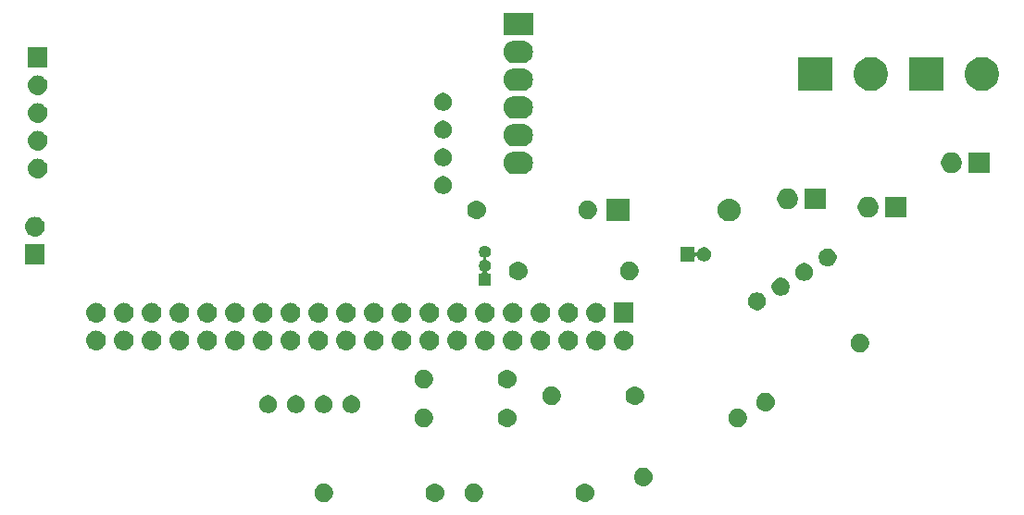
<source format=gbr>
G04 #@! TF.GenerationSoftware,KiCad,Pcbnew,(5.0.2)-1*
G04 #@! TF.CreationDate,2021-01-07T20:02:58+01:00*
G04 #@! TF.ProjectId,Radmesser,5261646d-6573-4736-9572-2e6b69636164,rev?*
G04 #@! TF.SameCoordinates,Original*
G04 #@! TF.FileFunction,Soldermask,Top*
G04 #@! TF.FilePolarity,Negative*
%FSLAX46Y46*%
G04 Gerber Fmt 4.6, Leading zero omitted, Abs format (unit mm)*
G04 Created by KiCad (PCBNEW (5.0.2)-1) date 07.01.2021 20:02:58*
%MOMM*%
%LPD*%
G01*
G04 APERTURE LIST*
%ADD10C,0.100000*%
G04 APERTURE END LIST*
D10*
G36*
X191936821Y-132511313D02*
X191936824Y-132511314D01*
X191936825Y-132511314D01*
X192097239Y-132559975D01*
X192097241Y-132559976D01*
X192097244Y-132559977D01*
X192245078Y-132638995D01*
X192374659Y-132745341D01*
X192481005Y-132874922D01*
X192560023Y-133022756D01*
X192560024Y-133022759D01*
X192560025Y-133022761D01*
X192608686Y-133183175D01*
X192608687Y-133183179D01*
X192625117Y-133350000D01*
X192608687Y-133516821D01*
X192608686Y-133516824D01*
X192608686Y-133516825D01*
X192583993Y-133598228D01*
X192560023Y-133677244D01*
X192481005Y-133825078D01*
X192374659Y-133954659D01*
X192245078Y-134061005D01*
X192097244Y-134140023D01*
X192097241Y-134140024D01*
X192097239Y-134140025D01*
X191936825Y-134188686D01*
X191936824Y-134188686D01*
X191936821Y-134188687D01*
X191811804Y-134201000D01*
X191728196Y-134201000D01*
X191603179Y-134188687D01*
X191603176Y-134188686D01*
X191603175Y-134188686D01*
X191442761Y-134140025D01*
X191442759Y-134140024D01*
X191442756Y-134140023D01*
X191294922Y-134061005D01*
X191165341Y-133954659D01*
X191058995Y-133825078D01*
X190979977Y-133677244D01*
X190956008Y-133598228D01*
X190931314Y-133516825D01*
X190931314Y-133516824D01*
X190931313Y-133516821D01*
X190914883Y-133350000D01*
X190931313Y-133183179D01*
X190931314Y-133183175D01*
X190979975Y-133022761D01*
X190979976Y-133022759D01*
X190979977Y-133022756D01*
X191058995Y-132874922D01*
X191165341Y-132745341D01*
X191294922Y-132638995D01*
X191442756Y-132559977D01*
X191442759Y-132559976D01*
X191442761Y-132559975D01*
X191603175Y-132511314D01*
X191603176Y-132511314D01*
X191603179Y-132511313D01*
X191728196Y-132499000D01*
X191811804Y-132499000D01*
X191936821Y-132511313D01*
X191936821Y-132511313D01*
G37*
G36*
X168142228Y-132531703D02*
X168297100Y-132595853D01*
X168436481Y-132688985D01*
X168555015Y-132807519D01*
X168648147Y-132946900D01*
X168712297Y-133101772D01*
X168745000Y-133266184D01*
X168745000Y-133433816D01*
X168712297Y-133598228D01*
X168648147Y-133753100D01*
X168555015Y-133892481D01*
X168436481Y-134011015D01*
X168297100Y-134104147D01*
X168142228Y-134168297D01*
X167977816Y-134201000D01*
X167810184Y-134201000D01*
X167645772Y-134168297D01*
X167490900Y-134104147D01*
X167351519Y-134011015D01*
X167232985Y-133892481D01*
X167139853Y-133753100D01*
X167075703Y-133598228D01*
X167043000Y-133433816D01*
X167043000Y-133266184D01*
X167075703Y-133101772D01*
X167139853Y-132946900D01*
X167232985Y-132807519D01*
X167351519Y-132688985D01*
X167490900Y-132595853D01*
X167645772Y-132531703D01*
X167810184Y-132499000D01*
X167977816Y-132499000D01*
X168142228Y-132531703D01*
X168142228Y-132531703D01*
G37*
G36*
X178220821Y-132511313D02*
X178220824Y-132511314D01*
X178220825Y-132511314D01*
X178381239Y-132559975D01*
X178381241Y-132559976D01*
X178381244Y-132559977D01*
X178529078Y-132638995D01*
X178658659Y-132745341D01*
X178765005Y-132874922D01*
X178844023Y-133022756D01*
X178844024Y-133022759D01*
X178844025Y-133022761D01*
X178892686Y-133183175D01*
X178892687Y-133183179D01*
X178909117Y-133350000D01*
X178892687Y-133516821D01*
X178892686Y-133516824D01*
X178892686Y-133516825D01*
X178867993Y-133598228D01*
X178844023Y-133677244D01*
X178765005Y-133825078D01*
X178658659Y-133954659D01*
X178529078Y-134061005D01*
X178381244Y-134140023D01*
X178381241Y-134140024D01*
X178381239Y-134140025D01*
X178220825Y-134188686D01*
X178220824Y-134188686D01*
X178220821Y-134188687D01*
X178095804Y-134201000D01*
X178012196Y-134201000D01*
X177887179Y-134188687D01*
X177887176Y-134188686D01*
X177887175Y-134188686D01*
X177726761Y-134140025D01*
X177726759Y-134140024D01*
X177726756Y-134140023D01*
X177578922Y-134061005D01*
X177449341Y-133954659D01*
X177342995Y-133825078D01*
X177263977Y-133677244D01*
X177240008Y-133598228D01*
X177215314Y-133516825D01*
X177215314Y-133516824D01*
X177215313Y-133516821D01*
X177198883Y-133350000D01*
X177215313Y-133183179D01*
X177215314Y-133183175D01*
X177263975Y-133022761D01*
X177263976Y-133022759D01*
X177263977Y-133022756D01*
X177342995Y-132874922D01*
X177449341Y-132745341D01*
X177578922Y-132638995D01*
X177726756Y-132559977D01*
X177726759Y-132559976D01*
X177726761Y-132559975D01*
X177887175Y-132511314D01*
X177887176Y-132511314D01*
X177887179Y-132511313D01*
X178012196Y-132499000D01*
X178095804Y-132499000D01*
X178220821Y-132511313D01*
X178220821Y-132511313D01*
G37*
G36*
X181858228Y-132531703D02*
X182013100Y-132595853D01*
X182152481Y-132688985D01*
X182271015Y-132807519D01*
X182364147Y-132946900D01*
X182428297Y-133101772D01*
X182461000Y-133266184D01*
X182461000Y-133433816D01*
X182428297Y-133598228D01*
X182364147Y-133753100D01*
X182271015Y-133892481D01*
X182152481Y-134011015D01*
X182013100Y-134104147D01*
X181858228Y-134168297D01*
X181693816Y-134201000D01*
X181526184Y-134201000D01*
X181361772Y-134168297D01*
X181206900Y-134104147D01*
X181067519Y-134011015D01*
X180948985Y-133892481D01*
X180855853Y-133753100D01*
X180791703Y-133598228D01*
X180759000Y-133433816D01*
X180759000Y-133266184D01*
X180791703Y-133101772D01*
X180855853Y-132946900D01*
X180948985Y-132807519D01*
X181067519Y-132688985D01*
X181206900Y-132595853D01*
X181361772Y-132531703D01*
X181526184Y-132499000D01*
X181693816Y-132499000D01*
X181858228Y-132531703D01*
X181858228Y-132531703D01*
G37*
G36*
X197290652Y-131037293D02*
X197290655Y-131037294D01*
X197290656Y-131037294D01*
X197451070Y-131085955D01*
X197451072Y-131085956D01*
X197451075Y-131085957D01*
X197598909Y-131164975D01*
X197728490Y-131271321D01*
X197834836Y-131400902D01*
X197913854Y-131548736D01*
X197962518Y-131709159D01*
X197978948Y-131875980D01*
X197962518Y-132042801D01*
X197913854Y-132203224D01*
X197834836Y-132351058D01*
X197728490Y-132480639D01*
X197598909Y-132586985D01*
X197451075Y-132666003D01*
X197451072Y-132666004D01*
X197451070Y-132666005D01*
X197290656Y-132714666D01*
X197290655Y-132714666D01*
X197290652Y-132714667D01*
X197165635Y-132726980D01*
X197082027Y-132726980D01*
X196957010Y-132714667D01*
X196957007Y-132714666D01*
X196957006Y-132714666D01*
X196796592Y-132666005D01*
X196796590Y-132666004D01*
X196796587Y-132666003D01*
X196648753Y-132586985D01*
X196519172Y-132480639D01*
X196412826Y-132351058D01*
X196333808Y-132203224D01*
X196285144Y-132042801D01*
X196268714Y-131875980D01*
X196285144Y-131709159D01*
X196333808Y-131548736D01*
X196412826Y-131400902D01*
X196519172Y-131271321D01*
X196648753Y-131164975D01*
X196796587Y-131085957D01*
X196796590Y-131085956D01*
X196796592Y-131085955D01*
X196957006Y-131037294D01*
X196957007Y-131037294D01*
X196957010Y-131037293D01*
X197082027Y-131024980D01*
X197165635Y-131024980D01*
X197290652Y-131037293D01*
X197290652Y-131037293D01*
G37*
G36*
X177286228Y-125673703D02*
X177441100Y-125737853D01*
X177580481Y-125830985D01*
X177699015Y-125949519D01*
X177792147Y-126088900D01*
X177856297Y-126243772D01*
X177889000Y-126408184D01*
X177889000Y-126575816D01*
X177856297Y-126740228D01*
X177792147Y-126895100D01*
X177699015Y-127034481D01*
X177580481Y-127153015D01*
X177441100Y-127246147D01*
X177286228Y-127310297D01*
X177121816Y-127343000D01*
X176954184Y-127343000D01*
X176789772Y-127310297D01*
X176634900Y-127246147D01*
X176495519Y-127153015D01*
X176376985Y-127034481D01*
X176283853Y-126895100D01*
X176219703Y-126740228D01*
X176187000Y-126575816D01*
X176187000Y-126408184D01*
X176219703Y-126243772D01*
X176283853Y-126088900D01*
X176376985Y-125949519D01*
X176495519Y-125830985D01*
X176634900Y-125737853D01*
X176789772Y-125673703D01*
X176954184Y-125641000D01*
X177121816Y-125641000D01*
X177286228Y-125673703D01*
X177286228Y-125673703D01*
G37*
G36*
X205988228Y-125673703D02*
X206143100Y-125737853D01*
X206282481Y-125830985D01*
X206401015Y-125949519D01*
X206494147Y-126088900D01*
X206558297Y-126243772D01*
X206591000Y-126408184D01*
X206591000Y-126575816D01*
X206558297Y-126740228D01*
X206494147Y-126895100D01*
X206401015Y-127034481D01*
X206282481Y-127153015D01*
X206143100Y-127246147D01*
X205988228Y-127310297D01*
X205823816Y-127343000D01*
X205656184Y-127343000D01*
X205491772Y-127310297D01*
X205336900Y-127246147D01*
X205197519Y-127153015D01*
X205078985Y-127034481D01*
X204985853Y-126895100D01*
X204921703Y-126740228D01*
X204889000Y-126575816D01*
X204889000Y-126408184D01*
X204921703Y-126243772D01*
X204985853Y-126088900D01*
X205078985Y-125949519D01*
X205197519Y-125830985D01*
X205336900Y-125737853D01*
X205491772Y-125673703D01*
X205656184Y-125641000D01*
X205823816Y-125641000D01*
X205988228Y-125673703D01*
X205988228Y-125673703D01*
G37*
G36*
X184824821Y-125653313D02*
X184824824Y-125653314D01*
X184824825Y-125653314D01*
X184985239Y-125701975D01*
X184985241Y-125701976D01*
X184985244Y-125701977D01*
X185133078Y-125780995D01*
X185262659Y-125887341D01*
X185369005Y-126016922D01*
X185448023Y-126164756D01*
X185448024Y-126164759D01*
X185448025Y-126164761D01*
X185496686Y-126325175D01*
X185496687Y-126325179D01*
X185513117Y-126492000D01*
X185496687Y-126658821D01*
X185496686Y-126658824D01*
X185496686Y-126658825D01*
X185471993Y-126740228D01*
X185448023Y-126819244D01*
X185369005Y-126967078D01*
X185262659Y-127096659D01*
X185133078Y-127203005D01*
X184985244Y-127282023D01*
X184985241Y-127282024D01*
X184985239Y-127282025D01*
X184824825Y-127330686D01*
X184824824Y-127330686D01*
X184824821Y-127330687D01*
X184699804Y-127343000D01*
X184616196Y-127343000D01*
X184491179Y-127330687D01*
X184491176Y-127330686D01*
X184491175Y-127330686D01*
X184330761Y-127282025D01*
X184330759Y-127282024D01*
X184330756Y-127282023D01*
X184182922Y-127203005D01*
X184053341Y-127096659D01*
X183946995Y-126967078D01*
X183867977Y-126819244D01*
X183844008Y-126740228D01*
X183819314Y-126658825D01*
X183819314Y-126658824D01*
X183819313Y-126658821D01*
X183802883Y-126492000D01*
X183819313Y-126325179D01*
X183819314Y-126325175D01*
X183867975Y-126164761D01*
X183867976Y-126164759D01*
X183867977Y-126164756D01*
X183946995Y-126016922D01*
X184053341Y-125887341D01*
X184182922Y-125780995D01*
X184330756Y-125701977D01*
X184330759Y-125701976D01*
X184330761Y-125701975D01*
X184491175Y-125653314D01*
X184491176Y-125653314D01*
X184491179Y-125653313D01*
X184616196Y-125641000D01*
X184699804Y-125641000D01*
X184824821Y-125653313D01*
X184824821Y-125653313D01*
G37*
G36*
X170672016Y-124437359D02*
X170672019Y-124437360D01*
X170672018Y-124437360D01*
X170820521Y-124498871D01*
X170954170Y-124588173D01*
X171067828Y-124701831D01*
X171157130Y-124835480D01*
X171163624Y-124851159D01*
X171218642Y-124983985D01*
X171250000Y-125141631D01*
X171250000Y-125302371D01*
X171218642Y-125460017D01*
X171218641Y-125460019D01*
X171157130Y-125608522D01*
X171067828Y-125742171D01*
X170954170Y-125855829D01*
X170820521Y-125945131D01*
X170697497Y-125996088D01*
X170672016Y-126006643D01*
X170514370Y-126038001D01*
X170353630Y-126038001D01*
X170195984Y-126006643D01*
X170170503Y-125996088D01*
X170047479Y-125945131D01*
X169913830Y-125855829D01*
X169800172Y-125742171D01*
X169710870Y-125608522D01*
X169649359Y-125460019D01*
X169649358Y-125460017D01*
X169618000Y-125302371D01*
X169618000Y-125141631D01*
X169649358Y-124983985D01*
X169704376Y-124851159D01*
X169710870Y-124835480D01*
X169800172Y-124701831D01*
X169913830Y-124588173D01*
X170047479Y-124498871D01*
X170195982Y-124437360D01*
X170195981Y-124437360D01*
X170195984Y-124437359D01*
X170353630Y-124406001D01*
X170514370Y-124406001D01*
X170672016Y-124437359D01*
X170672016Y-124437359D01*
G37*
G36*
X165592016Y-124437358D02*
X165617497Y-124447913D01*
X165740521Y-124498870D01*
X165874170Y-124588172D01*
X165987828Y-124701830D01*
X166077130Y-124835479D01*
X166128087Y-124958503D01*
X166138642Y-124983984D01*
X166170000Y-125141630D01*
X166170000Y-125302370D01*
X166138642Y-125460016D01*
X166138641Y-125460018D01*
X166077130Y-125608521D01*
X165987828Y-125742170D01*
X165874170Y-125855828D01*
X165740521Y-125945130D01*
X165617497Y-125996087D01*
X165592016Y-126006642D01*
X165434370Y-126038000D01*
X165273630Y-126038000D01*
X165115984Y-126006642D01*
X165090503Y-125996087D01*
X164967479Y-125945130D01*
X164833830Y-125855828D01*
X164720172Y-125742170D01*
X164630870Y-125608521D01*
X164569359Y-125460018D01*
X164569358Y-125460016D01*
X164538000Y-125302370D01*
X164538000Y-125141630D01*
X164569358Y-124983984D01*
X164579913Y-124958503D01*
X164630870Y-124835479D01*
X164720172Y-124701830D01*
X164833830Y-124588172D01*
X164967479Y-124498870D01*
X165090503Y-124447913D01*
X165115984Y-124437358D01*
X165273630Y-124406000D01*
X165434370Y-124406000D01*
X165592016Y-124437358D01*
X165592016Y-124437358D01*
G37*
G36*
X168132016Y-124437358D02*
X168157497Y-124447913D01*
X168280521Y-124498870D01*
X168414170Y-124588172D01*
X168527828Y-124701830D01*
X168617130Y-124835479D01*
X168668087Y-124958503D01*
X168678642Y-124983984D01*
X168710000Y-125141630D01*
X168710000Y-125302370D01*
X168678642Y-125460016D01*
X168678641Y-125460018D01*
X168617130Y-125608521D01*
X168527828Y-125742170D01*
X168414170Y-125855828D01*
X168280521Y-125945130D01*
X168157497Y-125996087D01*
X168132016Y-126006642D01*
X167974370Y-126038000D01*
X167813630Y-126038000D01*
X167655984Y-126006642D01*
X167630503Y-125996087D01*
X167507479Y-125945130D01*
X167373830Y-125855828D01*
X167260172Y-125742170D01*
X167170870Y-125608521D01*
X167109359Y-125460018D01*
X167109358Y-125460016D01*
X167078000Y-125302370D01*
X167078000Y-125141630D01*
X167109358Y-124983984D01*
X167119913Y-124958503D01*
X167170870Y-124835479D01*
X167260172Y-124701830D01*
X167373830Y-124588172D01*
X167507479Y-124498870D01*
X167630503Y-124447913D01*
X167655984Y-124437358D01*
X167813630Y-124406000D01*
X167974370Y-124406000D01*
X168132016Y-124437358D01*
X168132016Y-124437358D01*
G37*
G36*
X163052016Y-124437357D02*
X163052023Y-124437360D01*
X163200521Y-124498869D01*
X163334170Y-124588171D01*
X163447828Y-124701829D01*
X163537130Y-124835478D01*
X163548571Y-124863100D01*
X163598642Y-124983983D01*
X163630000Y-125141629D01*
X163630000Y-125302369D01*
X163598642Y-125460015D01*
X163598641Y-125460017D01*
X163537130Y-125608520D01*
X163447828Y-125742169D01*
X163334170Y-125855827D01*
X163200521Y-125945129D01*
X163077497Y-125996086D01*
X163052016Y-126006641D01*
X162894370Y-126037999D01*
X162733630Y-126037999D01*
X162575984Y-126006641D01*
X162550503Y-125996086D01*
X162427479Y-125945129D01*
X162293830Y-125855827D01*
X162180172Y-125742169D01*
X162090870Y-125608520D01*
X162029359Y-125460017D01*
X162029358Y-125460015D01*
X161998000Y-125302369D01*
X161998000Y-125141629D01*
X162029358Y-124983983D01*
X162079429Y-124863100D01*
X162090870Y-124835478D01*
X162180172Y-124701829D01*
X162293830Y-124588171D01*
X162427479Y-124498869D01*
X162575977Y-124437360D01*
X162575984Y-124437357D01*
X162733630Y-124405999D01*
X162894370Y-124405999D01*
X163052016Y-124437357D01*
X163052016Y-124437357D01*
G37*
G36*
X208466652Y-124179293D02*
X208466655Y-124179294D01*
X208466656Y-124179294D01*
X208627070Y-124227955D01*
X208627072Y-124227956D01*
X208627075Y-124227957D01*
X208774909Y-124306975D01*
X208904490Y-124413321D01*
X209010836Y-124542902D01*
X209089854Y-124690736D01*
X209089855Y-124690739D01*
X209089856Y-124690741D01*
X209138517Y-124851155D01*
X209138518Y-124851159D01*
X209154948Y-125017980D01*
X209138518Y-125184801D01*
X209138517Y-125184804D01*
X209138517Y-125184805D01*
X209102854Y-125302371D01*
X209089854Y-125345224D01*
X209010836Y-125493058D01*
X208904490Y-125622639D01*
X208774909Y-125728985D01*
X208627075Y-125808003D01*
X208627072Y-125808004D01*
X208627070Y-125808005D01*
X208466656Y-125856666D01*
X208466655Y-125856666D01*
X208466652Y-125856667D01*
X208341635Y-125868980D01*
X208258027Y-125868980D01*
X208133010Y-125856667D01*
X208133007Y-125856666D01*
X208133006Y-125856666D01*
X207972592Y-125808005D01*
X207972590Y-125808004D01*
X207972587Y-125808003D01*
X207824753Y-125728985D01*
X207695172Y-125622639D01*
X207588826Y-125493058D01*
X207509808Y-125345224D01*
X207496809Y-125302371D01*
X207461145Y-125184805D01*
X207461145Y-125184804D01*
X207461144Y-125184801D01*
X207444714Y-125017980D01*
X207461144Y-124851159D01*
X207461145Y-124851155D01*
X207509806Y-124690741D01*
X207509807Y-124690739D01*
X207509808Y-124690736D01*
X207588826Y-124542902D01*
X207695172Y-124413321D01*
X207824753Y-124306975D01*
X207972587Y-124227957D01*
X207972590Y-124227956D01*
X207972592Y-124227955D01*
X208133006Y-124179294D01*
X208133007Y-124179294D01*
X208133010Y-124179293D01*
X208258027Y-124166980D01*
X208341635Y-124166980D01*
X208466652Y-124179293D01*
X208466652Y-124179293D01*
G37*
G36*
X188970228Y-123641703D02*
X189125100Y-123705853D01*
X189264481Y-123798985D01*
X189383015Y-123917519D01*
X189476147Y-124056900D01*
X189540297Y-124211772D01*
X189573000Y-124376184D01*
X189573000Y-124543816D01*
X189540297Y-124708228D01*
X189476147Y-124863100D01*
X189383015Y-125002481D01*
X189264481Y-125121015D01*
X189125100Y-125214147D01*
X188970228Y-125278297D01*
X188805816Y-125311000D01*
X188638184Y-125311000D01*
X188473772Y-125278297D01*
X188318900Y-125214147D01*
X188179519Y-125121015D01*
X188060985Y-125002481D01*
X187967853Y-124863100D01*
X187903703Y-124708228D01*
X187871000Y-124543816D01*
X187871000Y-124376184D01*
X187903703Y-124211772D01*
X187967853Y-124056900D01*
X188060985Y-123917519D01*
X188179519Y-123798985D01*
X188318900Y-123705853D01*
X188473772Y-123641703D01*
X188638184Y-123609000D01*
X188805816Y-123609000D01*
X188970228Y-123641703D01*
X188970228Y-123641703D01*
G37*
G36*
X196508821Y-123621313D02*
X196508824Y-123621314D01*
X196508825Y-123621314D01*
X196669239Y-123669975D01*
X196669241Y-123669976D01*
X196669244Y-123669977D01*
X196817078Y-123748995D01*
X196946659Y-123855341D01*
X197053005Y-123984922D01*
X197132023Y-124132756D01*
X197132024Y-124132759D01*
X197132025Y-124132761D01*
X197160902Y-124227957D01*
X197180687Y-124293179D01*
X197197117Y-124460000D01*
X197180687Y-124626821D01*
X197180686Y-124626824D01*
X197180686Y-124626825D01*
X197155993Y-124708228D01*
X197132023Y-124787244D01*
X197053005Y-124935078D01*
X196946659Y-125064659D01*
X196817078Y-125171005D01*
X196669244Y-125250023D01*
X196669241Y-125250024D01*
X196669239Y-125250025D01*
X196508825Y-125298686D01*
X196508824Y-125298686D01*
X196508821Y-125298687D01*
X196383804Y-125311000D01*
X196300196Y-125311000D01*
X196175179Y-125298687D01*
X196175176Y-125298686D01*
X196175175Y-125298686D01*
X196014761Y-125250025D01*
X196014759Y-125250024D01*
X196014756Y-125250023D01*
X195866922Y-125171005D01*
X195737341Y-125064659D01*
X195630995Y-124935078D01*
X195551977Y-124787244D01*
X195528008Y-124708228D01*
X195503314Y-124626825D01*
X195503314Y-124626824D01*
X195503313Y-124626821D01*
X195486883Y-124460000D01*
X195503313Y-124293179D01*
X195523098Y-124227957D01*
X195551975Y-124132761D01*
X195551976Y-124132759D01*
X195551977Y-124132756D01*
X195630995Y-123984922D01*
X195737341Y-123855341D01*
X195866922Y-123748995D01*
X196014756Y-123669977D01*
X196014759Y-123669976D01*
X196014761Y-123669975D01*
X196175175Y-123621314D01*
X196175176Y-123621314D01*
X196175179Y-123621313D01*
X196300196Y-123609000D01*
X196383804Y-123609000D01*
X196508821Y-123621313D01*
X196508821Y-123621313D01*
G37*
G36*
X177286228Y-122117703D02*
X177441100Y-122181853D01*
X177580481Y-122274985D01*
X177699015Y-122393519D01*
X177792147Y-122532900D01*
X177856297Y-122687772D01*
X177889000Y-122852184D01*
X177889000Y-123019816D01*
X177856297Y-123184228D01*
X177792147Y-123339100D01*
X177699015Y-123478481D01*
X177580481Y-123597015D01*
X177441100Y-123690147D01*
X177286228Y-123754297D01*
X177121816Y-123787000D01*
X176954184Y-123787000D01*
X176789772Y-123754297D01*
X176634900Y-123690147D01*
X176495519Y-123597015D01*
X176376985Y-123478481D01*
X176283853Y-123339100D01*
X176219703Y-123184228D01*
X176187000Y-123019816D01*
X176187000Y-122852184D01*
X176219703Y-122687772D01*
X176283853Y-122532900D01*
X176376985Y-122393519D01*
X176495519Y-122274985D01*
X176634900Y-122181853D01*
X176789772Y-122117703D01*
X176954184Y-122085000D01*
X177121816Y-122085000D01*
X177286228Y-122117703D01*
X177286228Y-122117703D01*
G37*
G36*
X184824821Y-122097313D02*
X184824824Y-122097314D01*
X184824825Y-122097314D01*
X184985239Y-122145975D01*
X184985241Y-122145976D01*
X184985244Y-122145977D01*
X185133078Y-122224995D01*
X185262659Y-122331341D01*
X185369005Y-122460922D01*
X185448023Y-122608756D01*
X185448024Y-122608759D01*
X185448025Y-122608761D01*
X185496686Y-122769175D01*
X185496687Y-122769179D01*
X185513117Y-122936000D01*
X185496687Y-123102821D01*
X185496686Y-123102824D01*
X185496686Y-123102825D01*
X185471993Y-123184228D01*
X185448023Y-123263244D01*
X185369005Y-123411078D01*
X185262659Y-123540659D01*
X185133078Y-123647005D01*
X184985244Y-123726023D01*
X184985241Y-123726024D01*
X184985239Y-123726025D01*
X184824825Y-123774686D01*
X184824824Y-123774686D01*
X184824821Y-123774687D01*
X184699804Y-123787000D01*
X184616196Y-123787000D01*
X184491179Y-123774687D01*
X184491176Y-123774686D01*
X184491175Y-123774686D01*
X184330761Y-123726025D01*
X184330759Y-123726024D01*
X184330756Y-123726023D01*
X184182922Y-123647005D01*
X184053341Y-123540659D01*
X183946995Y-123411078D01*
X183867977Y-123263244D01*
X183844008Y-123184228D01*
X183819314Y-123102825D01*
X183819314Y-123102824D01*
X183819313Y-123102821D01*
X183802883Y-122936000D01*
X183819313Y-122769179D01*
X183819314Y-122769175D01*
X183867975Y-122608761D01*
X183867976Y-122608759D01*
X183867977Y-122608756D01*
X183946995Y-122460922D01*
X184053341Y-122331341D01*
X184182922Y-122224995D01*
X184330756Y-122145977D01*
X184330759Y-122145976D01*
X184330761Y-122145975D01*
X184491175Y-122097314D01*
X184491176Y-122097314D01*
X184491179Y-122097313D01*
X184616196Y-122085000D01*
X184699804Y-122085000D01*
X184824821Y-122097313D01*
X184824821Y-122097313D01*
G37*
G36*
X217164228Y-118815703D02*
X217319100Y-118879853D01*
X217458481Y-118972985D01*
X217577015Y-119091519D01*
X217670147Y-119230900D01*
X217734297Y-119385772D01*
X217767000Y-119550184D01*
X217767000Y-119717816D01*
X217734297Y-119882228D01*
X217670147Y-120037100D01*
X217577015Y-120176481D01*
X217458481Y-120295015D01*
X217319100Y-120388147D01*
X217164228Y-120452297D01*
X216999816Y-120485000D01*
X216832184Y-120485000D01*
X216667772Y-120452297D01*
X216512900Y-120388147D01*
X216373519Y-120295015D01*
X216254985Y-120176481D01*
X216161853Y-120037100D01*
X216097703Y-119882228D01*
X216065000Y-119717816D01*
X216065000Y-119550184D01*
X216097703Y-119385772D01*
X216161853Y-119230900D01*
X216254985Y-119091519D01*
X216373519Y-118972985D01*
X216512900Y-118879853D01*
X216667772Y-118815703D01*
X216832184Y-118783000D01*
X216999816Y-118783000D01*
X217164228Y-118815703D01*
X217164228Y-118815703D01*
G37*
G36*
X172576442Y-118485518D02*
X172642627Y-118492037D01*
X172755853Y-118526384D01*
X172812467Y-118543557D01*
X172951087Y-118617652D01*
X172968991Y-118627222D01*
X173004729Y-118656552D01*
X173106186Y-118739814D01*
X173168466Y-118815704D01*
X173218778Y-118877009D01*
X173218779Y-118877011D01*
X173302443Y-119033533D01*
X173302443Y-119033534D01*
X173353963Y-119203373D01*
X173371359Y-119380000D01*
X173353963Y-119556627D01*
X173319616Y-119669853D01*
X173302443Y-119726467D01*
X173228348Y-119865087D01*
X173218778Y-119882991D01*
X173189448Y-119918729D01*
X173106186Y-120020186D01*
X173004729Y-120103448D01*
X172968991Y-120132778D01*
X172968989Y-120132779D01*
X172812467Y-120216443D01*
X172755853Y-120233616D01*
X172642627Y-120267963D01*
X172576442Y-120274482D01*
X172510260Y-120281000D01*
X172421740Y-120281000D01*
X172355558Y-120274482D01*
X172289373Y-120267963D01*
X172176147Y-120233616D01*
X172119533Y-120216443D01*
X171963011Y-120132779D01*
X171963009Y-120132778D01*
X171927271Y-120103448D01*
X171825814Y-120020186D01*
X171742552Y-119918729D01*
X171713222Y-119882991D01*
X171703652Y-119865087D01*
X171629557Y-119726467D01*
X171612384Y-119669853D01*
X171578037Y-119556627D01*
X171560641Y-119380000D01*
X171578037Y-119203373D01*
X171629557Y-119033534D01*
X171629557Y-119033533D01*
X171713221Y-118877011D01*
X171713222Y-118877009D01*
X171763534Y-118815704D01*
X171825814Y-118739814D01*
X171927271Y-118656552D01*
X171963009Y-118627222D01*
X171980913Y-118617652D01*
X172119533Y-118543557D01*
X172176147Y-118526384D01*
X172289373Y-118492037D01*
X172355558Y-118485518D01*
X172421740Y-118479000D01*
X172510260Y-118479000D01*
X172576442Y-118485518D01*
X172576442Y-118485518D01*
G37*
G36*
X147176442Y-118485518D02*
X147242627Y-118492037D01*
X147355853Y-118526384D01*
X147412467Y-118543557D01*
X147551087Y-118617652D01*
X147568991Y-118627222D01*
X147604729Y-118656552D01*
X147706186Y-118739814D01*
X147768466Y-118815704D01*
X147818778Y-118877009D01*
X147818779Y-118877011D01*
X147902443Y-119033533D01*
X147902443Y-119033534D01*
X147953963Y-119203373D01*
X147971359Y-119380000D01*
X147953963Y-119556627D01*
X147919616Y-119669853D01*
X147902443Y-119726467D01*
X147828348Y-119865087D01*
X147818778Y-119882991D01*
X147789448Y-119918729D01*
X147706186Y-120020186D01*
X147604729Y-120103448D01*
X147568991Y-120132778D01*
X147568989Y-120132779D01*
X147412467Y-120216443D01*
X147355853Y-120233616D01*
X147242627Y-120267963D01*
X147176442Y-120274482D01*
X147110260Y-120281000D01*
X147021740Y-120281000D01*
X146955558Y-120274482D01*
X146889373Y-120267963D01*
X146776147Y-120233616D01*
X146719533Y-120216443D01*
X146563011Y-120132779D01*
X146563009Y-120132778D01*
X146527271Y-120103448D01*
X146425814Y-120020186D01*
X146342552Y-119918729D01*
X146313222Y-119882991D01*
X146303652Y-119865087D01*
X146229557Y-119726467D01*
X146212384Y-119669853D01*
X146178037Y-119556627D01*
X146160641Y-119380000D01*
X146178037Y-119203373D01*
X146229557Y-119033534D01*
X146229557Y-119033533D01*
X146313221Y-118877011D01*
X146313222Y-118877009D01*
X146363534Y-118815704D01*
X146425814Y-118739814D01*
X146527271Y-118656552D01*
X146563009Y-118627222D01*
X146580913Y-118617652D01*
X146719533Y-118543557D01*
X146776147Y-118526384D01*
X146889373Y-118492037D01*
X146955558Y-118485518D01*
X147021740Y-118479000D01*
X147110260Y-118479000D01*
X147176442Y-118485518D01*
X147176442Y-118485518D01*
G37*
G36*
X149716442Y-118485518D02*
X149782627Y-118492037D01*
X149895853Y-118526384D01*
X149952467Y-118543557D01*
X150091087Y-118617652D01*
X150108991Y-118627222D01*
X150144729Y-118656552D01*
X150246186Y-118739814D01*
X150308466Y-118815704D01*
X150358778Y-118877009D01*
X150358779Y-118877011D01*
X150442443Y-119033533D01*
X150442443Y-119033534D01*
X150493963Y-119203373D01*
X150511359Y-119380000D01*
X150493963Y-119556627D01*
X150459616Y-119669853D01*
X150442443Y-119726467D01*
X150368348Y-119865087D01*
X150358778Y-119882991D01*
X150329448Y-119918729D01*
X150246186Y-120020186D01*
X150144729Y-120103448D01*
X150108991Y-120132778D01*
X150108989Y-120132779D01*
X149952467Y-120216443D01*
X149895853Y-120233616D01*
X149782627Y-120267963D01*
X149716442Y-120274482D01*
X149650260Y-120281000D01*
X149561740Y-120281000D01*
X149495558Y-120274482D01*
X149429373Y-120267963D01*
X149316147Y-120233616D01*
X149259533Y-120216443D01*
X149103011Y-120132779D01*
X149103009Y-120132778D01*
X149067271Y-120103448D01*
X148965814Y-120020186D01*
X148882552Y-119918729D01*
X148853222Y-119882991D01*
X148843652Y-119865087D01*
X148769557Y-119726467D01*
X148752384Y-119669853D01*
X148718037Y-119556627D01*
X148700641Y-119380000D01*
X148718037Y-119203373D01*
X148769557Y-119033534D01*
X148769557Y-119033533D01*
X148853221Y-118877011D01*
X148853222Y-118877009D01*
X148903534Y-118815704D01*
X148965814Y-118739814D01*
X149067271Y-118656552D01*
X149103009Y-118627222D01*
X149120913Y-118617652D01*
X149259533Y-118543557D01*
X149316147Y-118526384D01*
X149429373Y-118492037D01*
X149495558Y-118485518D01*
X149561740Y-118479000D01*
X149650260Y-118479000D01*
X149716442Y-118485518D01*
X149716442Y-118485518D01*
G37*
G36*
X152256442Y-118485518D02*
X152322627Y-118492037D01*
X152435853Y-118526384D01*
X152492467Y-118543557D01*
X152631087Y-118617652D01*
X152648991Y-118627222D01*
X152684729Y-118656552D01*
X152786186Y-118739814D01*
X152848466Y-118815704D01*
X152898778Y-118877009D01*
X152898779Y-118877011D01*
X152982443Y-119033533D01*
X152982443Y-119033534D01*
X153033963Y-119203373D01*
X153051359Y-119380000D01*
X153033963Y-119556627D01*
X152999616Y-119669853D01*
X152982443Y-119726467D01*
X152908348Y-119865087D01*
X152898778Y-119882991D01*
X152869448Y-119918729D01*
X152786186Y-120020186D01*
X152684729Y-120103448D01*
X152648991Y-120132778D01*
X152648989Y-120132779D01*
X152492467Y-120216443D01*
X152435853Y-120233616D01*
X152322627Y-120267963D01*
X152256442Y-120274482D01*
X152190260Y-120281000D01*
X152101740Y-120281000D01*
X152035558Y-120274482D01*
X151969373Y-120267963D01*
X151856147Y-120233616D01*
X151799533Y-120216443D01*
X151643011Y-120132779D01*
X151643009Y-120132778D01*
X151607271Y-120103448D01*
X151505814Y-120020186D01*
X151422552Y-119918729D01*
X151393222Y-119882991D01*
X151383652Y-119865087D01*
X151309557Y-119726467D01*
X151292384Y-119669853D01*
X151258037Y-119556627D01*
X151240641Y-119380000D01*
X151258037Y-119203373D01*
X151309557Y-119033534D01*
X151309557Y-119033533D01*
X151393221Y-118877011D01*
X151393222Y-118877009D01*
X151443534Y-118815704D01*
X151505814Y-118739814D01*
X151607271Y-118656552D01*
X151643009Y-118627222D01*
X151660913Y-118617652D01*
X151799533Y-118543557D01*
X151856147Y-118526384D01*
X151969373Y-118492037D01*
X152035558Y-118485518D01*
X152101740Y-118479000D01*
X152190260Y-118479000D01*
X152256442Y-118485518D01*
X152256442Y-118485518D01*
G37*
G36*
X154796442Y-118485518D02*
X154862627Y-118492037D01*
X154975853Y-118526384D01*
X155032467Y-118543557D01*
X155171087Y-118617652D01*
X155188991Y-118627222D01*
X155224729Y-118656552D01*
X155326186Y-118739814D01*
X155388466Y-118815704D01*
X155438778Y-118877009D01*
X155438779Y-118877011D01*
X155522443Y-119033533D01*
X155522443Y-119033534D01*
X155573963Y-119203373D01*
X155591359Y-119380000D01*
X155573963Y-119556627D01*
X155539616Y-119669853D01*
X155522443Y-119726467D01*
X155448348Y-119865087D01*
X155438778Y-119882991D01*
X155409448Y-119918729D01*
X155326186Y-120020186D01*
X155224729Y-120103448D01*
X155188991Y-120132778D01*
X155188989Y-120132779D01*
X155032467Y-120216443D01*
X154975853Y-120233616D01*
X154862627Y-120267963D01*
X154796442Y-120274482D01*
X154730260Y-120281000D01*
X154641740Y-120281000D01*
X154575558Y-120274482D01*
X154509373Y-120267963D01*
X154396147Y-120233616D01*
X154339533Y-120216443D01*
X154183011Y-120132779D01*
X154183009Y-120132778D01*
X154147271Y-120103448D01*
X154045814Y-120020186D01*
X153962552Y-119918729D01*
X153933222Y-119882991D01*
X153923652Y-119865087D01*
X153849557Y-119726467D01*
X153832384Y-119669853D01*
X153798037Y-119556627D01*
X153780641Y-119380000D01*
X153798037Y-119203373D01*
X153849557Y-119033534D01*
X153849557Y-119033533D01*
X153933221Y-118877011D01*
X153933222Y-118877009D01*
X153983534Y-118815704D01*
X154045814Y-118739814D01*
X154147271Y-118656552D01*
X154183009Y-118627222D01*
X154200913Y-118617652D01*
X154339533Y-118543557D01*
X154396147Y-118526384D01*
X154509373Y-118492037D01*
X154575558Y-118485518D01*
X154641740Y-118479000D01*
X154730260Y-118479000D01*
X154796442Y-118485518D01*
X154796442Y-118485518D01*
G37*
G36*
X157336442Y-118485518D02*
X157402627Y-118492037D01*
X157515853Y-118526384D01*
X157572467Y-118543557D01*
X157711087Y-118617652D01*
X157728991Y-118627222D01*
X157764729Y-118656552D01*
X157866186Y-118739814D01*
X157928466Y-118815704D01*
X157978778Y-118877009D01*
X157978779Y-118877011D01*
X158062443Y-119033533D01*
X158062443Y-119033534D01*
X158113963Y-119203373D01*
X158131359Y-119380000D01*
X158113963Y-119556627D01*
X158079616Y-119669853D01*
X158062443Y-119726467D01*
X157988348Y-119865087D01*
X157978778Y-119882991D01*
X157949448Y-119918729D01*
X157866186Y-120020186D01*
X157764729Y-120103448D01*
X157728991Y-120132778D01*
X157728989Y-120132779D01*
X157572467Y-120216443D01*
X157515853Y-120233616D01*
X157402627Y-120267963D01*
X157336442Y-120274482D01*
X157270260Y-120281000D01*
X157181740Y-120281000D01*
X157115558Y-120274482D01*
X157049373Y-120267963D01*
X156936147Y-120233616D01*
X156879533Y-120216443D01*
X156723011Y-120132779D01*
X156723009Y-120132778D01*
X156687271Y-120103448D01*
X156585814Y-120020186D01*
X156502552Y-119918729D01*
X156473222Y-119882991D01*
X156463652Y-119865087D01*
X156389557Y-119726467D01*
X156372384Y-119669853D01*
X156338037Y-119556627D01*
X156320641Y-119380000D01*
X156338037Y-119203373D01*
X156389557Y-119033534D01*
X156389557Y-119033533D01*
X156473221Y-118877011D01*
X156473222Y-118877009D01*
X156523534Y-118815704D01*
X156585814Y-118739814D01*
X156687271Y-118656552D01*
X156723009Y-118627222D01*
X156740913Y-118617652D01*
X156879533Y-118543557D01*
X156936147Y-118526384D01*
X157049373Y-118492037D01*
X157115558Y-118485518D01*
X157181740Y-118479000D01*
X157270260Y-118479000D01*
X157336442Y-118485518D01*
X157336442Y-118485518D01*
G37*
G36*
X195436442Y-118485518D02*
X195502627Y-118492037D01*
X195615853Y-118526384D01*
X195672467Y-118543557D01*
X195811087Y-118617652D01*
X195828991Y-118627222D01*
X195864729Y-118656552D01*
X195966186Y-118739814D01*
X196028466Y-118815704D01*
X196078778Y-118877009D01*
X196078779Y-118877011D01*
X196162443Y-119033533D01*
X196162443Y-119033534D01*
X196213963Y-119203373D01*
X196231359Y-119380000D01*
X196213963Y-119556627D01*
X196179616Y-119669853D01*
X196162443Y-119726467D01*
X196088348Y-119865087D01*
X196078778Y-119882991D01*
X196049448Y-119918729D01*
X195966186Y-120020186D01*
X195864729Y-120103448D01*
X195828991Y-120132778D01*
X195828989Y-120132779D01*
X195672467Y-120216443D01*
X195615853Y-120233616D01*
X195502627Y-120267963D01*
X195436442Y-120274482D01*
X195370260Y-120281000D01*
X195281740Y-120281000D01*
X195215558Y-120274482D01*
X195149373Y-120267963D01*
X195036147Y-120233616D01*
X194979533Y-120216443D01*
X194823011Y-120132779D01*
X194823009Y-120132778D01*
X194787271Y-120103448D01*
X194685814Y-120020186D01*
X194602552Y-119918729D01*
X194573222Y-119882991D01*
X194563652Y-119865087D01*
X194489557Y-119726467D01*
X194472384Y-119669853D01*
X194438037Y-119556627D01*
X194420641Y-119380000D01*
X194438037Y-119203373D01*
X194489557Y-119033534D01*
X194489557Y-119033533D01*
X194573221Y-118877011D01*
X194573222Y-118877009D01*
X194623534Y-118815704D01*
X194685814Y-118739814D01*
X194787271Y-118656552D01*
X194823009Y-118627222D01*
X194840913Y-118617652D01*
X194979533Y-118543557D01*
X195036147Y-118526384D01*
X195149373Y-118492037D01*
X195215558Y-118485518D01*
X195281740Y-118479000D01*
X195370260Y-118479000D01*
X195436442Y-118485518D01*
X195436442Y-118485518D01*
G37*
G36*
X192896442Y-118485518D02*
X192962627Y-118492037D01*
X193075853Y-118526384D01*
X193132467Y-118543557D01*
X193271087Y-118617652D01*
X193288991Y-118627222D01*
X193324729Y-118656552D01*
X193426186Y-118739814D01*
X193488466Y-118815704D01*
X193538778Y-118877009D01*
X193538779Y-118877011D01*
X193622443Y-119033533D01*
X193622443Y-119033534D01*
X193673963Y-119203373D01*
X193691359Y-119380000D01*
X193673963Y-119556627D01*
X193639616Y-119669853D01*
X193622443Y-119726467D01*
X193548348Y-119865087D01*
X193538778Y-119882991D01*
X193509448Y-119918729D01*
X193426186Y-120020186D01*
X193324729Y-120103448D01*
X193288991Y-120132778D01*
X193288989Y-120132779D01*
X193132467Y-120216443D01*
X193075853Y-120233616D01*
X192962627Y-120267963D01*
X192896442Y-120274482D01*
X192830260Y-120281000D01*
X192741740Y-120281000D01*
X192675558Y-120274482D01*
X192609373Y-120267963D01*
X192496147Y-120233616D01*
X192439533Y-120216443D01*
X192283011Y-120132779D01*
X192283009Y-120132778D01*
X192247271Y-120103448D01*
X192145814Y-120020186D01*
X192062552Y-119918729D01*
X192033222Y-119882991D01*
X192023652Y-119865087D01*
X191949557Y-119726467D01*
X191932384Y-119669853D01*
X191898037Y-119556627D01*
X191880641Y-119380000D01*
X191898037Y-119203373D01*
X191949557Y-119033534D01*
X191949557Y-119033533D01*
X192033221Y-118877011D01*
X192033222Y-118877009D01*
X192083534Y-118815704D01*
X192145814Y-118739814D01*
X192247271Y-118656552D01*
X192283009Y-118627222D01*
X192300913Y-118617652D01*
X192439533Y-118543557D01*
X192496147Y-118526384D01*
X192609373Y-118492037D01*
X192675558Y-118485518D01*
X192741740Y-118479000D01*
X192830260Y-118479000D01*
X192896442Y-118485518D01*
X192896442Y-118485518D01*
G37*
G36*
X190356442Y-118485518D02*
X190422627Y-118492037D01*
X190535853Y-118526384D01*
X190592467Y-118543557D01*
X190731087Y-118617652D01*
X190748991Y-118627222D01*
X190784729Y-118656552D01*
X190886186Y-118739814D01*
X190948466Y-118815704D01*
X190998778Y-118877009D01*
X190998779Y-118877011D01*
X191082443Y-119033533D01*
X191082443Y-119033534D01*
X191133963Y-119203373D01*
X191151359Y-119380000D01*
X191133963Y-119556627D01*
X191099616Y-119669853D01*
X191082443Y-119726467D01*
X191008348Y-119865087D01*
X190998778Y-119882991D01*
X190969448Y-119918729D01*
X190886186Y-120020186D01*
X190784729Y-120103448D01*
X190748991Y-120132778D01*
X190748989Y-120132779D01*
X190592467Y-120216443D01*
X190535853Y-120233616D01*
X190422627Y-120267963D01*
X190356442Y-120274482D01*
X190290260Y-120281000D01*
X190201740Y-120281000D01*
X190135558Y-120274482D01*
X190069373Y-120267963D01*
X189956147Y-120233616D01*
X189899533Y-120216443D01*
X189743011Y-120132779D01*
X189743009Y-120132778D01*
X189707271Y-120103448D01*
X189605814Y-120020186D01*
X189522552Y-119918729D01*
X189493222Y-119882991D01*
X189483652Y-119865087D01*
X189409557Y-119726467D01*
X189392384Y-119669853D01*
X189358037Y-119556627D01*
X189340641Y-119380000D01*
X189358037Y-119203373D01*
X189409557Y-119033534D01*
X189409557Y-119033533D01*
X189493221Y-118877011D01*
X189493222Y-118877009D01*
X189543534Y-118815704D01*
X189605814Y-118739814D01*
X189707271Y-118656552D01*
X189743009Y-118627222D01*
X189760913Y-118617652D01*
X189899533Y-118543557D01*
X189956147Y-118526384D01*
X190069373Y-118492037D01*
X190135558Y-118485518D01*
X190201740Y-118479000D01*
X190290260Y-118479000D01*
X190356442Y-118485518D01*
X190356442Y-118485518D01*
G37*
G36*
X187816442Y-118485518D02*
X187882627Y-118492037D01*
X187995853Y-118526384D01*
X188052467Y-118543557D01*
X188191087Y-118617652D01*
X188208991Y-118627222D01*
X188244729Y-118656552D01*
X188346186Y-118739814D01*
X188408466Y-118815704D01*
X188458778Y-118877009D01*
X188458779Y-118877011D01*
X188542443Y-119033533D01*
X188542443Y-119033534D01*
X188593963Y-119203373D01*
X188611359Y-119380000D01*
X188593963Y-119556627D01*
X188559616Y-119669853D01*
X188542443Y-119726467D01*
X188468348Y-119865087D01*
X188458778Y-119882991D01*
X188429448Y-119918729D01*
X188346186Y-120020186D01*
X188244729Y-120103448D01*
X188208991Y-120132778D01*
X188208989Y-120132779D01*
X188052467Y-120216443D01*
X187995853Y-120233616D01*
X187882627Y-120267963D01*
X187816442Y-120274482D01*
X187750260Y-120281000D01*
X187661740Y-120281000D01*
X187595558Y-120274482D01*
X187529373Y-120267963D01*
X187416147Y-120233616D01*
X187359533Y-120216443D01*
X187203011Y-120132779D01*
X187203009Y-120132778D01*
X187167271Y-120103448D01*
X187065814Y-120020186D01*
X186982552Y-119918729D01*
X186953222Y-119882991D01*
X186943652Y-119865087D01*
X186869557Y-119726467D01*
X186852384Y-119669853D01*
X186818037Y-119556627D01*
X186800641Y-119380000D01*
X186818037Y-119203373D01*
X186869557Y-119033534D01*
X186869557Y-119033533D01*
X186953221Y-118877011D01*
X186953222Y-118877009D01*
X187003534Y-118815704D01*
X187065814Y-118739814D01*
X187167271Y-118656552D01*
X187203009Y-118627222D01*
X187220913Y-118617652D01*
X187359533Y-118543557D01*
X187416147Y-118526384D01*
X187529373Y-118492037D01*
X187595558Y-118485518D01*
X187661740Y-118479000D01*
X187750260Y-118479000D01*
X187816442Y-118485518D01*
X187816442Y-118485518D01*
G37*
G36*
X180196442Y-118485518D02*
X180262627Y-118492037D01*
X180375853Y-118526384D01*
X180432467Y-118543557D01*
X180571087Y-118617652D01*
X180588991Y-118627222D01*
X180624729Y-118656552D01*
X180726186Y-118739814D01*
X180788466Y-118815704D01*
X180838778Y-118877009D01*
X180838779Y-118877011D01*
X180922443Y-119033533D01*
X180922443Y-119033534D01*
X180973963Y-119203373D01*
X180991359Y-119380000D01*
X180973963Y-119556627D01*
X180939616Y-119669853D01*
X180922443Y-119726467D01*
X180848348Y-119865087D01*
X180838778Y-119882991D01*
X180809448Y-119918729D01*
X180726186Y-120020186D01*
X180624729Y-120103448D01*
X180588991Y-120132778D01*
X180588989Y-120132779D01*
X180432467Y-120216443D01*
X180375853Y-120233616D01*
X180262627Y-120267963D01*
X180196442Y-120274482D01*
X180130260Y-120281000D01*
X180041740Y-120281000D01*
X179975558Y-120274482D01*
X179909373Y-120267963D01*
X179796147Y-120233616D01*
X179739533Y-120216443D01*
X179583011Y-120132779D01*
X179583009Y-120132778D01*
X179547271Y-120103448D01*
X179445814Y-120020186D01*
X179362552Y-119918729D01*
X179333222Y-119882991D01*
X179323652Y-119865087D01*
X179249557Y-119726467D01*
X179232384Y-119669853D01*
X179198037Y-119556627D01*
X179180641Y-119380000D01*
X179198037Y-119203373D01*
X179249557Y-119033534D01*
X179249557Y-119033533D01*
X179333221Y-118877011D01*
X179333222Y-118877009D01*
X179383534Y-118815704D01*
X179445814Y-118739814D01*
X179547271Y-118656552D01*
X179583009Y-118627222D01*
X179600913Y-118617652D01*
X179739533Y-118543557D01*
X179796147Y-118526384D01*
X179909373Y-118492037D01*
X179975558Y-118485518D01*
X180041740Y-118479000D01*
X180130260Y-118479000D01*
X180196442Y-118485518D01*
X180196442Y-118485518D01*
G37*
G36*
X177656442Y-118485518D02*
X177722627Y-118492037D01*
X177835853Y-118526384D01*
X177892467Y-118543557D01*
X178031087Y-118617652D01*
X178048991Y-118627222D01*
X178084729Y-118656552D01*
X178186186Y-118739814D01*
X178248466Y-118815704D01*
X178298778Y-118877009D01*
X178298779Y-118877011D01*
X178382443Y-119033533D01*
X178382443Y-119033534D01*
X178433963Y-119203373D01*
X178451359Y-119380000D01*
X178433963Y-119556627D01*
X178399616Y-119669853D01*
X178382443Y-119726467D01*
X178308348Y-119865087D01*
X178298778Y-119882991D01*
X178269448Y-119918729D01*
X178186186Y-120020186D01*
X178084729Y-120103448D01*
X178048991Y-120132778D01*
X178048989Y-120132779D01*
X177892467Y-120216443D01*
X177835853Y-120233616D01*
X177722627Y-120267963D01*
X177656442Y-120274482D01*
X177590260Y-120281000D01*
X177501740Y-120281000D01*
X177435558Y-120274482D01*
X177369373Y-120267963D01*
X177256147Y-120233616D01*
X177199533Y-120216443D01*
X177043011Y-120132779D01*
X177043009Y-120132778D01*
X177007271Y-120103448D01*
X176905814Y-120020186D01*
X176822552Y-119918729D01*
X176793222Y-119882991D01*
X176783652Y-119865087D01*
X176709557Y-119726467D01*
X176692384Y-119669853D01*
X176658037Y-119556627D01*
X176640641Y-119380000D01*
X176658037Y-119203373D01*
X176709557Y-119033534D01*
X176709557Y-119033533D01*
X176793221Y-118877011D01*
X176793222Y-118877009D01*
X176843534Y-118815704D01*
X176905814Y-118739814D01*
X177007271Y-118656552D01*
X177043009Y-118627222D01*
X177060913Y-118617652D01*
X177199533Y-118543557D01*
X177256147Y-118526384D01*
X177369373Y-118492037D01*
X177435558Y-118485518D01*
X177501740Y-118479000D01*
X177590260Y-118479000D01*
X177656442Y-118485518D01*
X177656442Y-118485518D01*
G37*
G36*
X175116442Y-118485518D02*
X175182627Y-118492037D01*
X175295853Y-118526384D01*
X175352467Y-118543557D01*
X175491087Y-118617652D01*
X175508991Y-118627222D01*
X175544729Y-118656552D01*
X175646186Y-118739814D01*
X175708466Y-118815704D01*
X175758778Y-118877009D01*
X175758779Y-118877011D01*
X175842443Y-119033533D01*
X175842443Y-119033534D01*
X175893963Y-119203373D01*
X175911359Y-119380000D01*
X175893963Y-119556627D01*
X175859616Y-119669853D01*
X175842443Y-119726467D01*
X175768348Y-119865087D01*
X175758778Y-119882991D01*
X175729448Y-119918729D01*
X175646186Y-120020186D01*
X175544729Y-120103448D01*
X175508991Y-120132778D01*
X175508989Y-120132779D01*
X175352467Y-120216443D01*
X175295853Y-120233616D01*
X175182627Y-120267963D01*
X175116442Y-120274482D01*
X175050260Y-120281000D01*
X174961740Y-120281000D01*
X174895558Y-120274482D01*
X174829373Y-120267963D01*
X174716147Y-120233616D01*
X174659533Y-120216443D01*
X174503011Y-120132779D01*
X174503009Y-120132778D01*
X174467271Y-120103448D01*
X174365814Y-120020186D01*
X174282552Y-119918729D01*
X174253222Y-119882991D01*
X174243652Y-119865087D01*
X174169557Y-119726467D01*
X174152384Y-119669853D01*
X174118037Y-119556627D01*
X174100641Y-119380000D01*
X174118037Y-119203373D01*
X174169557Y-119033534D01*
X174169557Y-119033533D01*
X174253221Y-118877011D01*
X174253222Y-118877009D01*
X174303534Y-118815704D01*
X174365814Y-118739814D01*
X174467271Y-118656552D01*
X174503009Y-118627222D01*
X174520913Y-118617652D01*
X174659533Y-118543557D01*
X174716147Y-118526384D01*
X174829373Y-118492037D01*
X174895558Y-118485518D01*
X174961740Y-118479000D01*
X175050260Y-118479000D01*
X175116442Y-118485518D01*
X175116442Y-118485518D01*
G37*
G36*
X182736442Y-118485518D02*
X182802627Y-118492037D01*
X182915853Y-118526384D01*
X182972467Y-118543557D01*
X183111087Y-118617652D01*
X183128991Y-118627222D01*
X183164729Y-118656552D01*
X183266186Y-118739814D01*
X183328466Y-118815704D01*
X183378778Y-118877009D01*
X183378779Y-118877011D01*
X183462443Y-119033533D01*
X183462443Y-119033534D01*
X183513963Y-119203373D01*
X183531359Y-119380000D01*
X183513963Y-119556627D01*
X183479616Y-119669853D01*
X183462443Y-119726467D01*
X183388348Y-119865087D01*
X183378778Y-119882991D01*
X183349448Y-119918729D01*
X183266186Y-120020186D01*
X183164729Y-120103448D01*
X183128991Y-120132778D01*
X183128989Y-120132779D01*
X182972467Y-120216443D01*
X182915853Y-120233616D01*
X182802627Y-120267963D01*
X182736442Y-120274482D01*
X182670260Y-120281000D01*
X182581740Y-120281000D01*
X182515558Y-120274482D01*
X182449373Y-120267963D01*
X182336147Y-120233616D01*
X182279533Y-120216443D01*
X182123011Y-120132779D01*
X182123009Y-120132778D01*
X182087271Y-120103448D01*
X181985814Y-120020186D01*
X181902552Y-119918729D01*
X181873222Y-119882991D01*
X181863652Y-119865087D01*
X181789557Y-119726467D01*
X181772384Y-119669853D01*
X181738037Y-119556627D01*
X181720641Y-119380000D01*
X181738037Y-119203373D01*
X181789557Y-119033534D01*
X181789557Y-119033533D01*
X181873221Y-118877011D01*
X181873222Y-118877009D01*
X181923534Y-118815704D01*
X181985814Y-118739814D01*
X182087271Y-118656552D01*
X182123009Y-118627222D01*
X182140913Y-118617652D01*
X182279533Y-118543557D01*
X182336147Y-118526384D01*
X182449373Y-118492037D01*
X182515558Y-118485518D01*
X182581740Y-118479000D01*
X182670260Y-118479000D01*
X182736442Y-118485518D01*
X182736442Y-118485518D01*
G37*
G36*
X170036442Y-118485518D02*
X170102627Y-118492037D01*
X170215853Y-118526384D01*
X170272467Y-118543557D01*
X170411087Y-118617652D01*
X170428991Y-118627222D01*
X170464729Y-118656552D01*
X170566186Y-118739814D01*
X170628466Y-118815704D01*
X170678778Y-118877009D01*
X170678779Y-118877011D01*
X170762443Y-119033533D01*
X170762443Y-119033534D01*
X170813963Y-119203373D01*
X170831359Y-119380000D01*
X170813963Y-119556627D01*
X170779616Y-119669853D01*
X170762443Y-119726467D01*
X170688348Y-119865087D01*
X170678778Y-119882991D01*
X170649448Y-119918729D01*
X170566186Y-120020186D01*
X170464729Y-120103448D01*
X170428991Y-120132778D01*
X170428989Y-120132779D01*
X170272467Y-120216443D01*
X170215853Y-120233616D01*
X170102627Y-120267963D01*
X170036442Y-120274482D01*
X169970260Y-120281000D01*
X169881740Y-120281000D01*
X169815558Y-120274482D01*
X169749373Y-120267963D01*
X169636147Y-120233616D01*
X169579533Y-120216443D01*
X169423011Y-120132779D01*
X169423009Y-120132778D01*
X169387271Y-120103448D01*
X169285814Y-120020186D01*
X169202552Y-119918729D01*
X169173222Y-119882991D01*
X169163652Y-119865087D01*
X169089557Y-119726467D01*
X169072384Y-119669853D01*
X169038037Y-119556627D01*
X169020641Y-119380000D01*
X169038037Y-119203373D01*
X169089557Y-119033534D01*
X169089557Y-119033533D01*
X169173221Y-118877011D01*
X169173222Y-118877009D01*
X169223534Y-118815704D01*
X169285814Y-118739814D01*
X169387271Y-118656552D01*
X169423009Y-118627222D01*
X169440913Y-118617652D01*
X169579533Y-118543557D01*
X169636147Y-118526384D01*
X169749373Y-118492037D01*
X169815558Y-118485518D01*
X169881740Y-118479000D01*
X169970260Y-118479000D01*
X170036442Y-118485518D01*
X170036442Y-118485518D01*
G37*
G36*
X167496442Y-118485518D02*
X167562627Y-118492037D01*
X167675853Y-118526384D01*
X167732467Y-118543557D01*
X167871087Y-118617652D01*
X167888991Y-118627222D01*
X167924729Y-118656552D01*
X168026186Y-118739814D01*
X168088466Y-118815704D01*
X168138778Y-118877009D01*
X168138779Y-118877011D01*
X168222443Y-119033533D01*
X168222443Y-119033534D01*
X168273963Y-119203373D01*
X168291359Y-119380000D01*
X168273963Y-119556627D01*
X168239616Y-119669853D01*
X168222443Y-119726467D01*
X168148348Y-119865087D01*
X168138778Y-119882991D01*
X168109448Y-119918729D01*
X168026186Y-120020186D01*
X167924729Y-120103448D01*
X167888991Y-120132778D01*
X167888989Y-120132779D01*
X167732467Y-120216443D01*
X167675853Y-120233616D01*
X167562627Y-120267963D01*
X167496442Y-120274482D01*
X167430260Y-120281000D01*
X167341740Y-120281000D01*
X167275558Y-120274482D01*
X167209373Y-120267963D01*
X167096147Y-120233616D01*
X167039533Y-120216443D01*
X166883011Y-120132779D01*
X166883009Y-120132778D01*
X166847271Y-120103448D01*
X166745814Y-120020186D01*
X166662552Y-119918729D01*
X166633222Y-119882991D01*
X166623652Y-119865087D01*
X166549557Y-119726467D01*
X166532384Y-119669853D01*
X166498037Y-119556627D01*
X166480641Y-119380000D01*
X166498037Y-119203373D01*
X166549557Y-119033534D01*
X166549557Y-119033533D01*
X166633221Y-118877011D01*
X166633222Y-118877009D01*
X166683534Y-118815704D01*
X166745814Y-118739814D01*
X166847271Y-118656552D01*
X166883009Y-118627222D01*
X166900913Y-118617652D01*
X167039533Y-118543557D01*
X167096147Y-118526384D01*
X167209373Y-118492037D01*
X167275558Y-118485518D01*
X167341740Y-118479000D01*
X167430260Y-118479000D01*
X167496442Y-118485518D01*
X167496442Y-118485518D01*
G37*
G36*
X164956442Y-118485518D02*
X165022627Y-118492037D01*
X165135853Y-118526384D01*
X165192467Y-118543557D01*
X165331087Y-118617652D01*
X165348991Y-118627222D01*
X165384729Y-118656552D01*
X165486186Y-118739814D01*
X165548466Y-118815704D01*
X165598778Y-118877009D01*
X165598779Y-118877011D01*
X165682443Y-119033533D01*
X165682443Y-119033534D01*
X165733963Y-119203373D01*
X165751359Y-119380000D01*
X165733963Y-119556627D01*
X165699616Y-119669853D01*
X165682443Y-119726467D01*
X165608348Y-119865087D01*
X165598778Y-119882991D01*
X165569448Y-119918729D01*
X165486186Y-120020186D01*
X165384729Y-120103448D01*
X165348991Y-120132778D01*
X165348989Y-120132779D01*
X165192467Y-120216443D01*
X165135853Y-120233616D01*
X165022627Y-120267963D01*
X164956442Y-120274482D01*
X164890260Y-120281000D01*
X164801740Y-120281000D01*
X164735558Y-120274482D01*
X164669373Y-120267963D01*
X164556147Y-120233616D01*
X164499533Y-120216443D01*
X164343011Y-120132779D01*
X164343009Y-120132778D01*
X164307271Y-120103448D01*
X164205814Y-120020186D01*
X164122552Y-119918729D01*
X164093222Y-119882991D01*
X164083652Y-119865087D01*
X164009557Y-119726467D01*
X163992384Y-119669853D01*
X163958037Y-119556627D01*
X163940641Y-119380000D01*
X163958037Y-119203373D01*
X164009557Y-119033534D01*
X164009557Y-119033533D01*
X164093221Y-118877011D01*
X164093222Y-118877009D01*
X164143534Y-118815704D01*
X164205814Y-118739814D01*
X164307271Y-118656552D01*
X164343009Y-118627222D01*
X164360913Y-118617652D01*
X164499533Y-118543557D01*
X164556147Y-118526384D01*
X164669373Y-118492037D01*
X164735558Y-118485518D01*
X164801740Y-118479000D01*
X164890260Y-118479000D01*
X164956442Y-118485518D01*
X164956442Y-118485518D01*
G37*
G36*
X162416442Y-118485518D02*
X162482627Y-118492037D01*
X162595853Y-118526384D01*
X162652467Y-118543557D01*
X162791087Y-118617652D01*
X162808991Y-118627222D01*
X162844729Y-118656552D01*
X162946186Y-118739814D01*
X163008466Y-118815704D01*
X163058778Y-118877009D01*
X163058779Y-118877011D01*
X163142443Y-119033533D01*
X163142443Y-119033534D01*
X163193963Y-119203373D01*
X163211359Y-119380000D01*
X163193963Y-119556627D01*
X163159616Y-119669853D01*
X163142443Y-119726467D01*
X163068348Y-119865087D01*
X163058778Y-119882991D01*
X163029448Y-119918729D01*
X162946186Y-120020186D01*
X162844729Y-120103448D01*
X162808991Y-120132778D01*
X162808989Y-120132779D01*
X162652467Y-120216443D01*
X162595853Y-120233616D01*
X162482627Y-120267963D01*
X162416442Y-120274482D01*
X162350260Y-120281000D01*
X162261740Y-120281000D01*
X162195558Y-120274482D01*
X162129373Y-120267963D01*
X162016147Y-120233616D01*
X161959533Y-120216443D01*
X161803011Y-120132779D01*
X161803009Y-120132778D01*
X161767271Y-120103448D01*
X161665814Y-120020186D01*
X161582552Y-119918729D01*
X161553222Y-119882991D01*
X161543652Y-119865087D01*
X161469557Y-119726467D01*
X161452384Y-119669853D01*
X161418037Y-119556627D01*
X161400641Y-119380000D01*
X161418037Y-119203373D01*
X161469557Y-119033534D01*
X161469557Y-119033533D01*
X161553221Y-118877011D01*
X161553222Y-118877009D01*
X161603534Y-118815704D01*
X161665814Y-118739814D01*
X161767271Y-118656552D01*
X161803009Y-118627222D01*
X161820913Y-118617652D01*
X161959533Y-118543557D01*
X162016147Y-118526384D01*
X162129373Y-118492037D01*
X162195558Y-118485518D01*
X162261740Y-118479000D01*
X162350260Y-118479000D01*
X162416442Y-118485518D01*
X162416442Y-118485518D01*
G37*
G36*
X159876442Y-118485518D02*
X159942627Y-118492037D01*
X160055853Y-118526384D01*
X160112467Y-118543557D01*
X160251087Y-118617652D01*
X160268991Y-118627222D01*
X160304729Y-118656552D01*
X160406186Y-118739814D01*
X160468466Y-118815704D01*
X160518778Y-118877009D01*
X160518779Y-118877011D01*
X160602443Y-119033533D01*
X160602443Y-119033534D01*
X160653963Y-119203373D01*
X160671359Y-119380000D01*
X160653963Y-119556627D01*
X160619616Y-119669853D01*
X160602443Y-119726467D01*
X160528348Y-119865087D01*
X160518778Y-119882991D01*
X160489448Y-119918729D01*
X160406186Y-120020186D01*
X160304729Y-120103448D01*
X160268991Y-120132778D01*
X160268989Y-120132779D01*
X160112467Y-120216443D01*
X160055853Y-120233616D01*
X159942627Y-120267963D01*
X159876442Y-120274482D01*
X159810260Y-120281000D01*
X159721740Y-120281000D01*
X159655558Y-120274482D01*
X159589373Y-120267963D01*
X159476147Y-120233616D01*
X159419533Y-120216443D01*
X159263011Y-120132779D01*
X159263009Y-120132778D01*
X159227271Y-120103448D01*
X159125814Y-120020186D01*
X159042552Y-119918729D01*
X159013222Y-119882991D01*
X159003652Y-119865087D01*
X158929557Y-119726467D01*
X158912384Y-119669853D01*
X158878037Y-119556627D01*
X158860641Y-119380000D01*
X158878037Y-119203373D01*
X158929557Y-119033534D01*
X158929557Y-119033533D01*
X159013221Y-118877011D01*
X159013222Y-118877009D01*
X159063534Y-118815704D01*
X159125814Y-118739814D01*
X159227271Y-118656552D01*
X159263009Y-118627222D01*
X159280913Y-118617652D01*
X159419533Y-118543557D01*
X159476147Y-118526384D01*
X159589373Y-118492037D01*
X159655558Y-118485518D01*
X159721740Y-118479000D01*
X159810260Y-118479000D01*
X159876442Y-118485518D01*
X159876442Y-118485518D01*
G37*
G36*
X185276442Y-118485518D02*
X185342627Y-118492037D01*
X185455853Y-118526384D01*
X185512467Y-118543557D01*
X185651087Y-118617652D01*
X185668991Y-118627222D01*
X185704729Y-118656552D01*
X185806186Y-118739814D01*
X185868466Y-118815704D01*
X185918778Y-118877009D01*
X185918779Y-118877011D01*
X186002443Y-119033533D01*
X186002443Y-119033534D01*
X186053963Y-119203373D01*
X186071359Y-119380000D01*
X186053963Y-119556627D01*
X186019616Y-119669853D01*
X186002443Y-119726467D01*
X185928348Y-119865087D01*
X185918778Y-119882991D01*
X185889448Y-119918729D01*
X185806186Y-120020186D01*
X185704729Y-120103448D01*
X185668991Y-120132778D01*
X185668989Y-120132779D01*
X185512467Y-120216443D01*
X185455853Y-120233616D01*
X185342627Y-120267963D01*
X185276442Y-120274482D01*
X185210260Y-120281000D01*
X185121740Y-120281000D01*
X185055558Y-120274482D01*
X184989373Y-120267963D01*
X184876147Y-120233616D01*
X184819533Y-120216443D01*
X184663011Y-120132779D01*
X184663009Y-120132778D01*
X184627271Y-120103448D01*
X184525814Y-120020186D01*
X184442552Y-119918729D01*
X184413222Y-119882991D01*
X184403652Y-119865087D01*
X184329557Y-119726467D01*
X184312384Y-119669853D01*
X184278037Y-119556627D01*
X184260641Y-119380000D01*
X184278037Y-119203373D01*
X184329557Y-119033534D01*
X184329557Y-119033533D01*
X184413221Y-118877011D01*
X184413222Y-118877009D01*
X184463534Y-118815704D01*
X184525814Y-118739814D01*
X184627271Y-118656552D01*
X184663009Y-118627222D01*
X184680913Y-118617652D01*
X184819533Y-118543557D01*
X184876147Y-118526384D01*
X184989373Y-118492037D01*
X185055558Y-118485518D01*
X185121740Y-118479000D01*
X185210260Y-118479000D01*
X185276442Y-118485518D01*
X185276442Y-118485518D01*
G37*
G36*
X152256442Y-115945518D02*
X152322627Y-115952037D01*
X152435853Y-115986384D01*
X152492467Y-116003557D01*
X152577502Y-116049010D01*
X152648991Y-116087222D01*
X152684729Y-116116552D01*
X152786186Y-116199814D01*
X152869448Y-116301271D01*
X152898778Y-116337009D01*
X152898779Y-116337011D01*
X152982443Y-116493533D01*
X152982443Y-116493534D01*
X153033963Y-116663373D01*
X153051359Y-116840000D01*
X153033963Y-117016627D01*
X152999616Y-117129853D01*
X152982443Y-117186467D01*
X152908348Y-117325087D01*
X152898778Y-117342991D01*
X152869448Y-117378729D01*
X152786186Y-117480186D01*
X152684729Y-117563448D01*
X152648991Y-117592778D01*
X152648989Y-117592779D01*
X152492467Y-117676443D01*
X152435853Y-117693616D01*
X152322627Y-117727963D01*
X152256442Y-117734482D01*
X152190260Y-117741000D01*
X152101740Y-117741000D01*
X152035558Y-117734482D01*
X151969373Y-117727963D01*
X151856147Y-117693616D01*
X151799533Y-117676443D01*
X151643011Y-117592779D01*
X151643009Y-117592778D01*
X151607271Y-117563448D01*
X151505814Y-117480186D01*
X151422552Y-117378729D01*
X151393222Y-117342991D01*
X151383652Y-117325087D01*
X151309557Y-117186467D01*
X151292384Y-117129853D01*
X151258037Y-117016627D01*
X151240641Y-116840000D01*
X151258037Y-116663373D01*
X151309557Y-116493534D01*
X151309557Y-116493533D01*
X151393221Y-116337011D01*
X151393222Y-116337009D01*
X151422552Y-116301271D01*
X151505814Y-116199814D01*
X151607271Y-116116552D01*
X151643009Y-116087222D01*
X151714498Y-116049010D01*
X151799533Y-116003557D01*
X151856147Y-115986384D01*
X151969373Y-115952037D01*
X152035558Y-115945518D01*
X152101740Y-115939000D01*
X152190260Y-115939000D01*
X152256442Y-115945518D01*
X152256442Y-115945518D01*
G37*
G36*
X162416442Y-115945518D02*
X162482627Y-115952037D01*
X162595853Y-115986384D01*
X162652467Y-116003557D01*
X162737502Y-116049010D01*
X162808991Y-116087222D01*
X162844729Y-116116552D01*
X162946186Y-116199814D01*
X163029448Y-116301271D01*
X163058778Y-116337009D01*
X163058779Y-116337011D01*
X163142443Y-116493533D01*
X163142443Y-116493534D01*
X163193963Y-116663373D01*
X163211359Y-116840000D01*
X163193963Y-117016627D01*
X163159616Y-117129853D01*
X163142443Y-117186467D01*
X163068348Y-117325087D01*
X163058778Y-117342991D01*
X163029448Y-117378729D01*
X162946186Y-117480186D01*
X162844729Y-117563448D01*
X162808991Y-117592778D01*
X162808989Y-117592779D01*
X162652467Y-117676443D01*
X162595853Y-117693616D01*
X162482627Y-117727963D01*
X162416442Y-117734482D01*
X162350260Y-117741000D01*
X162261740Y-117741000D01*
X162195558Y-117734482D01*
X162129373Y-117727963D01*
X162016147Y-117693616D01*
X161959533Y-117676443D01*
X161803011Y-117592779D01*
X161803009Y-117592778D01*
X161767271Y-117563448D01*
X161665814Y-117480186D01*
X161582552Y-117378729D01*
X161553222Y-117342991D01*
X161543652Y-117325087D01*
X161469557Y-117186467D01*
X161452384Y-117129853D01*
X161418037Y-117016627D01*
X161400641Y-116840000D01*
X161418037Y-116663373D01*
X161469557Y-116493534D01*
X161469557Y-116493533D01*
X161553221Y-116337011D01*
X161553222Y-116337009D01*
X161582552Y-116301271D01*
X161665814Y-116199814D01*
X161767271Y-116116552D01*
X161803009Y-116087222D01*
X161874498Y-116049010D01*
X161959533Y-116003557D01*
X162016147Y-115986384D01*
X162129373Y-115952037D01*
X162195558Y-115945518D01*
X162261740Y-115939000D01*
X162350260Y-115939000D01*
X162416442Y-115945518D01*
X162416442Y-115945518D01*
G37*
G36*
X185276442Y-115945518D02*
X185342627Y-115952037D01*
X185455853Y-115986384D01*
X185512467Y-116003557D01*
X185597502Y-116049010D01*
X185668991Y-116087222D01*
X185704729Y-116116552D01*
X185806186Y-116199814D01*
X185889448Y-116301271D01*
X185918778Y-116337009D01*
X185918779Y-116337011D01*
X186002443Y-116493533D01*
X186002443Y-116493534D01*
X186053963Y-116663373D01*
X186071359Y-116840000D01*
X186053963Y-117016627D01*
X186019616Y-117129853D01*
X186002443Y-117186467D01*
X185928348Y-117325087D01*
X185918778Y-117342991D01*
X185889448Y-117378729D01*
X185806186Y-117480186D01*
X185704729Y-117563448D01*
X185668991Y-117592778D01*
X185668989Y-117592779D01*
X185512467Y-117676443D01*
X185455853Y-117693616D01*
X185342627Y-117727963D01*
X185276442Y-117734482D01*
X185210260Y-117741000D01*
X185121740Y-117741000D01*
X185055558Y-117734482D01*
X184989373Y-117727963D01*
X184876147Y-117693616D01*
X184819533Y-117676443D01*
X184663011Y-117592779D01*
X184663009Y-117592778D01*
X184627271Y-117563448D01*
X184525814Y-117480186D01*
X184442552Y-117378729D01*
X184413222Y-117342991D01*
X184403652Y-117325087D01*
X184329557Y-117186467D01*
X184312384Y-117129853D01*
X184278037Y-117016627D01*
X184260641Y-116840000D01*
X184278037Y-116663373D01*
X184329557Y-116493534D01*
X184329557Y-116493533D01*
X184413221Y-116337011D01*
X184413222Y-116337009D01*
X184442552Y-116301271D01*
X184525814Y-116199814D01*
X184627271Y-116116552D01*
X184663009Y-116087222D01*
X184734498Y-116049010D01*
X184819533Y-116003557D01*
X184876147Y-115986384D01*
X184989373Y-115952037D01*
X185055558Y-115945518D01*
X185121740Y-115939000D01*
X185210260Y-115939000D01*
X185276442Y-115945518D01*
X185276442Y-115945518D01*
G37*
G36*
X187816442Y-115945518D02*
X187882627Y-115952037D01*
X187995853Y-115986384D01*
X188052467Y-116003557D01*
X188137502Y-116049010D01*
X188208991Y-116087222D01*
X188244729Y-116116552D01*
X188346186Y-116199814D01*
X188429448Y-116301271D01*
X188458778Y-116337009D01*
X188458779Y-116337011D01*
X188542443Y-116493533D01*
X188542443Y-116493534D01*
X188593963Y-116663373D01*
X188611359Y-116840000D01*
X188593963Y-117016627D01*
X188559616Y-117129853D01*
X188542443Y-117186467D01*
X188468348Y-117325087D01*
X188458778Y-117342991D01*
X188429448Y-117378729D01*
X188346186Y-117480186D01*
X188244729Y-117563448D01*
X188208991Y-117592778D01*
X188208989Y-117592779D01*
X188052467Y-117676443D01*
X187995853Y-117693616D01*
X187882627Y-117727963D01*
X187816442Y-117734482D01*
X187750260Y-117741000D01*
X187661740Y-117741000D01*
X187595558Y-117734482D01*
X187529373Y-117727963D01*
X187416147Y-117693616D01*
X187359533Y-117676443D01*
X187203011Y-117592779D01*
X187203009Y-117592778D01*
X187167271Y-117563448D01*
X187065814Y-117480186D01*
X186982552Y-117378729D01*
X186953222Y-117342991D01*
X186943652Y-117325087D01*
X186869557Y-117186467D01*
X186852384Y-117129853D01*
X186818037Y-117016627D01*
X186800641Y-116840000D01*
X186818037Y-116663373D01*
X186869557Y-116493534D01*
X186869557Y-116493533D01*
X186953221Y-116337011D01*
X186953222Y-116337009D01*
X186982552Y-116301271D01*
X187065814Y-116199814D01*
X187167271Y-116116552D01*
X187203009Y-116087222D01*
X187274498Y-116049010D01*
X187359533Y-116003557D01*
X187416147Y-115986384D01*
X187529373Y-115952037D01*
X187595558Y-115945518D01*
X187661740Y-115939000D01*
X187750260Y-115939000D01*
X187816442Y-115945518D01*
X187816442Y-115945518D01*
G37*
G36*
X190356442Y-115945518D02*
X190422627Y-115952037D01*
X190535853Y-115986384D01*
X190592467Y-116003557D01*
X190677502Y-116049010D01*
X190748991Y-116087222D01*
X190784729Y-116116552D01*
X190886186Y-116199814D01*
X190969448Y-116301271D01*
X190998778Y-116337009D01*
X190998779Y-116337011D01*
X191082443Y-116493533D01*
X191082443Y-116493534D01*
X191133963Y-116663373D01*
X191151359Y-116840000D01*
X191133963Y-117016627D01*
X191099616Y-117129853D01*
X191082443Y-117186467D01*
X191008348Y-117325087D01*
X190998778Y-117342991D01*
X190969448Y-117378729D01*
X190886186Y-117480186D01*
X190784729Y-117563448D01*
X190748991Y-117592778D01*
X190748989Y-117592779D01*
X190592467Y-117676443D01*
X190535853Y-117693616D01*
X190422627Y-117727963D01*
X190356442Y-117734482D01*
X190290260Y-117741000D01*
X190201740Y-117741000D01*
X190135558Y-117734482D01*
X190069373Y-117727963D01*
X189956147Y-117693616D01*
X189899533Y-117676443D01*
X189743011Y-117592779D01*
X189743009Y-117592778D01*
X189707271Y-117563448D01*
X189605814Y-117480186D01*
X189522552Y-117378729D01*
X189493222Y-117342991D01*
X189483652Y-117325087D01*
X189409557Y-117186467D01*
X189392384Y-117129853D01*
X189358037Y-117016627D01*
X189340641Y-116840000D01*
X189358037Y-116663373D01*
X189409557Y-116493534D01*
X189409557Y-116493533D01*
X189493221Y-116337011D01*
X189493222Y-116337009D01*
X189522552Y-116301271D01*
X189605814Y-116199814D01*
X189707271Y-116116552D01*
X189743009Y-116087222D01*
X189814498Y-116049010D01*
X189899533Y-116003557D01*
X189956147Y-115986384D01*
X190069373Y-115952037D01*
X190135558Y-115945518D01*
X190201740Y-115939000D01*
X190290260Y-115939000D01*
X190356442Y-115945518D01*
X190356442Y-115945518D01*
G37*
G36*
X192896442Y-115945518D02*
X192962627Y-115952037D01*
X193075853Y-115986384D01*
X193132467Y-116003557D01*
X193217502Y-116049010D01*
X193288991Y-116087222D01*
X193324729Y-116116552D01*
X193426186Y-116199814D01*
X193509448Y-116301271D01*
X193538778Y-116337009D01*
X193538779Y-116337011D01*
X193622443Y-116493533D01*
X193622443Y-116493534D01*
X193673963Y-116663373D01*
X193691359Y-116840000D01*
X193673963Y-117016627D01*
X193639616Y-117129853D01*
X193622443Y-117186467D01*
X193548348Y-117325087D01*
X193538778Y-117342991D01*
X193509448Y-117378729D01*
X193426186Y-117480186D01*
X193324729Y-117563448D01*
X193288991Y-117592778D01*
X193288989Y-117592779D01*
X193132467Y-117676443D01*
X193075853Y-117693616D01*
X192962627Y-117727963D01*
X192896442Y-117734482D01*
X192830260Y-117741000D01*
X192741740Y-117741000D01*
X192675558Y-117734482D01*
X192609373Y-117727963D01*
X192496147Y-117693616D01*
X192439533Y-117676443D01*
X192283011Y-117592779D01*
X192283009Y-117592778D01*
X192247271Y-117563448D01*
X192145814Y-117480186D01*
X192062552Y-117378729D01*
X192033222Y-117342991D01*
X192023652Y-117325087D01*
X191949557Y-117186467D01*
X191932384Y-117129853D01*
X191898037Y-117016627D01*
X191880641Y-116840000D01*
X191898037Y-116663373D01*
X191949557Y-116493534D01*
X191949557Y-116493533D01*
X192033221Y-116337011D01*
X192033222Y-116337009D01*
X192062552Y-116301271D01*
X192145814Y-116199814D01*
X192247271Y-116116552D01*
X192283009Y-116087222D01*
X192354498Y-116049010D01*
X192439533Y-116003557D01*
X192496147Y-115986384D01*
X192609373Y-115952037D01*
X192675558Y-115945518D01*
X192741740Y-115939000D01*
X192830260Y-115939000D01*
X192896442Y-115945518D01*
X192896442Y-115945518D01*
G37*
G36*
X196227000Y-117741000D02*
X194425000Y-117741000D01*
X194425000Y-115939000D01*
X196227000Y-115939000D01*
X196227000Y-117741000D01*
X196227000Y-117741000D01*
G37*
G36*
X149716442Y-115945518D02*
X149782627Y-115952037D01*
X149895853Y-115986384D01*
X149952467Y-116003557D01*
X150037502Y-116049010D01*
X150108991Y-116087222D01*
X150144729Y-116116552D01*
X150246186Y-116199814D01*
X150329448Y-116301271D01*
X150358778Y-116337009D01*
X150358779Y-116337011D01*
X150442443Y-116493533D01*
X150442443Y-116493534D01*
X150493963Y-116663373D01*
X150511359Y-116840000D01*
X150493963Y-117016627D01*
X150459616Y-117129853D01*
X150442443Y-117186467D01*
X150368348Y-117325087D01*
X150358778Y-117342991D01*
X150329448Y-117378729D01*
X150246186Y-117480186D01*
X150144729Y-117563448D01*
X150108991Y-117592778D01*
X150108989Y-117592779D01*
X149952467Y-117676443D01*
X149895853Y-117693616D01*
X149782627Y-117727963D01*
X149716442Y-117734482D01*
X149650260Y-117741000D01*
X149561740Y-117741000D01*
X149495558Y-117734482D01*
X149429373Y-117727963D01*
X149316147Y-117693616D01*
X149259533Y-117676443D01*
X149103011Y-117592779D01*
X149103009Y-117592778D01*
X149067271Y-117563448D01*
X148965814Y-117480186D01*
X148882552Y-117378729D01*
X148853222Y-117342991D01*
X148843652Y-117325087D01*
X148769557Y-117186467D01*
X148752384Y-117129853D01*
X148718037Y-117016627D01*
X148700641Y-116840000D01*
X148718037Y-116663373D01*
X148769557Y-116493534D01*
X148769557Y-116493533D01*
X148853221Y-116337011D01*
X148853222Y-116337009D01*
X148882552Y-116301271D01*
X148965814Y-116199814D01*
X149067271Y-116116552D01*
X149103009Y-116087222D01*
X149174498Y-116049010D01*
X149259533Y-116003557D01*
X149316147Y-115986384D01*
X149429373Y-115952037D01*
X149495558Y-115945518D01*
X149561740Y-115939000D01*
X149650260Y-115939000D01*
X149716442Y-115945518D01*
X149716442Y-115945518D01*
G37*
G36*
X147176442Y-115945518D02*
X147242627Y-115952037D01*
X147355853Y-115986384D01*
X147412467Y-116003557D01*
X147497502Y-116049010D01*
X147568991Y-116087222D01*
X147604729Y-116116552D01*
X147706186Y-116199814D01*
X147789448Y-116301271D01*
X147818778Y-116337009D01*
X147818779Y-116337011D01*
X147902443Y-116493533D01*
X147902443Y-116493534D01*
X147953963Y-116663373D01*
X147971359Y-116840000D01*
X147953963Y-117016627D01*
X147919616Y-117129853D01*
X147902443Y-117186467D01*
X147828348Y-117325087D01*
X147818778Y-117342991D01*
X147789448Y-117378729D01*
X147706186Y-117480186D01*
X147604729Y-117563448D01*
X147568991Y-117592778D01*
X147568989Y-117592779D01*
X147412467Y-117676443D01*
X147355853Y-117693616D01*
X147242627Y-117727963D01*
X147176442Y-117734482D01*
X147110260Y-117741000D01*
X147021740Y-117741000D01*
X146955558Y-117734482D01*
X146889373Y-117727963D01*
X146776147Y-117693616D01*
X146719533Y-117676443D01*
X146563011Y-117592779D01*
X146563009Y-117592778D01*
X146527271Y-117563448D01*
X146425814Y-117480186D01*
X146342552Y-117378729D01*
X146313222Y-117342991D01*
X146303652Y-117325087D01*
X146229557Y-117186467D01*
X146212384Y-117129853D01*
X146178037Y-117016627D01*
X146160641Y-116840000D01*
X146178037Y-116663373D01*
X146229557Y-116493534D01*
X146229557Y-116493533D01*
X146313221Y-116337011D01*
X146313222Y-116337009D01*
X146342552Y-116301271D01*
X146425814Y-116199814D01*
X146527271Y-116116552D01*
X146563009Y-116087222D01*
X146634498Y-116049010D01*
X146719533Y-116003557D01*
X146776147Y-115986384D01*
X146889373Y-115952037D01*
X146955558Y-115945518D01*
X147021740Y-115939000D01*
X147110260Y-115939000D01*
X147176442Y-115945518D01*
X147176442Y-115945518D01*
G37*
G36*
X180196442Y-115945518D02*
X180262627Y-115952037D01*
X180375853Y-115986384D01*
X180432467Y-116003557D01*
X180517502Y-116049010D01*
X180588991Y-116087222D01*
X180624729Y-116116552D01*
X180726186Y-116199814D01*
X180809448Y-116301271D01*
X180838778Y-116337009D01*
X180838779Y-116337011D01*
X180922443Y-116493533D01*
X180922443Y-116493534D01*
X180973963Y-116663373D01*
X180991359Y-116840000D01*
X180973963Y-117016627D01*
X180939616Y-117129853D01*
X180922443Y-117186467D01*
X180848348Y-117325087D01*
X180838778Y-117342991D01*
X180809448Y-117378729D01*
X180726186Y-117480186D01*
X180624729Y-117563448D01*
X180588991Y-117592778D01*
X180588989Y-117592779D01*
X180432467Y-117676443D01*
X180375853Y-117693616D01*
X180262627Y-117727963D01*
X180196442Y-117734482D01*
X180130260Y-117741000D01*
X180041740Y-117741000D01*
X179975558Y-117734482D01*
X179909373Y-117727963D01*
X179796147Y-117693616D01*
X179739533Y-117676443D01*
X179583011Y-117592779D01*
X179583009Y-117592778D01*
X179547271Y-117563448D01*
X179445814Y-117480186D01*
X179362552Y-117378729D01*
X179333222Y-117342991D01*
X179323652Y-117325087D01*
X179249557Y-117186467D01*
X179232384Y-117129853D01*
X179198037Y-117016627D01*
X179180641Y-116840000D01*
X179198037Y-116663373D01*
X179249557Y-116493534D01*
X179249557Y-116493533D01*
X179333221Y-116337011D01*
X179333222Y-116337009D01*
X179362552Y-116301271D01*
X179445814Y-116199814D01*
X179547271Y-116116552D01*
X179583009Y-116087222D01*
X179654498Y-116049010D01*
X179739533Y-116003557D01*
X179796147Y-115986384D01*
X179909373Y-115952037D01*
X179975558Y-115945518D01*
X180041740Y-115939000D01*
X180130260Y-115939000D01*
X180196442Y-115945518D01*
X180196442Y-115945518D01*
G37*
G36*
X182736442Y-115945518D02*
X182802627Y-115952037D01*
X182915853Y-115986384D01*
X182972467Y-116003557D01*
X183057502Y-116049010D01*
X183128991Y-116087222D01*
X183164729Y-116116552D01*
X183266186Y-116199814D01*
X183349448Y-116301271D01*
X183378778Y-116337009D01*
X183378779Y-116337011D01*
X183462443Y-116493533D01*
X183462443Y-116493534D01*
X183513963Y-116663373D01*
X183531359Y-116840000D01*
X183513963Y-117016627D01*
X183479616Y-117129853D01*
X183462443Y-117186467D01*
X183388348Y-117325087D01*
X183378778Y-117342991D01*
X183349448Y-117378729D01*
X183266186Y-117480186D01*
X183164729Y-117563448D01*
X183128991Y-117592778D01*
X183128989Y-117592779D01*
X182972467Y-117676443D01*
X182915853Y-117693616D01*
X182802627Y-117727963D01*
X182736442Y-117734482D01*
X182670260Y-117741000D01*
X182581740Y-117741000D01*
X182515558Y-117734482D01*
X182449373Y-117727963D01*
X182336147Y-117693616D01*
X182279533Y-117676443D01*
X182123011Y-117592779D01*
X182123009Y-117592778D01*
X182087271Y-117563448D01*
X181985814Y-117480186D01*
X181902552Y-117378729D01*
X181873222Y-117342991D01*
X181863652Y-117325087D01*
X181789557Y-117186467D01*
X181772384Y-117129853D01*
X181738037Y-117016627D01*
X181720641Y-116840000D01*
X181738037Y-116663373D01*
X181789557Y-116493534D01*
X181789557Y-116493533D01*
X181873221Y-116337011D01*
X181873222Y-116337009D01*
X181902552Y-116301271D01*
X181985814Y-116199814D01*
X182087271Y-116116552D01*
X182123009Y-116087222D01*
X182194498Y-116049010D01*
X182279533Y-116003557D01*
X182336147Y-115986384D01*
X182449373Y-115952037D01*
X182515558Y-115945518D01*
X182581740Y-115939000D01*
X182670260Y-115939000D01*
X182736442Y-115945518D01*
X182736442Y-115945518D01*
G37*
G36*
X157336442Y-115945518D02*
X157402627Y-115952037D01*
X157515853Y-115986384D01*
X157572467Y-116003557D01*
X157657502Y-116049010D01*
X157728991Y-116087222D01*
X157764729Y-116116552D01*
X157866186Y-116199814D01*
X157949448Y-116301271D01*
X157978778Y-116337009D01*
X157978779Y-116337011D01*
X158062443Y-116493533D01*
X158062443Y-116493534D01*
X158113963Y-116663373D01*
X158131359Y-116840000D01*
X158113963Y-117016627D01*
X158079616Y-117129853D01*
X158062443Y-117186467D01*
X157988348Y-117325087D01*
X157978778Y-117342991D01*
X157949448Y-117378729D01*
X157866186Y-117480186D01*
X157764729Y-117563448D01*
X157728991Y-117592778D01*
X157728989Y-117592779D01*
X157572467Y-117676443D01*
X157515853Y-117693616D01*
X157402627Y-117727963D01*
X157336442Y-117734482D01*
X157270260Y-117741000D01*
X157181740Y-117741000D01*
X157115558Y-117734482D01*
X157049373Y-117727963D01*
X156936147Y-117693616D01*
X156879533Y-117676443D01*
X156723011Y-117592779D01*
X156723009Y-117592778D01*
X156687271Y-117563448D01*
X156585814Y-117480186D01*
X156502552Y-117378729D01*
X156473222Y-117342991D01*
X156463652Y-117325087D01*
X156389557Y-117186467D01*
X156372384Y-117129853D01*
X156338037Y-117016627D01*
X156320641Y-116840000D01*
X156338037Y-116663373D01*
X156389557Y-116493534D01*
X156389557Y-116493533D01*
X156473221Y-116337011D01*
X156473222Y-116337009D01*
X156502552Y-116301271D01*
X156585814Y-116199814D01*
X156687271Y-116116552D01*
X156723009Y-116087222D01*
X156794498Y-116049010D01*
X156879533Y-116003557D01*
X156936147Y-115986384D01*
X157049373Y-115952037D01*
X157115558Y-115945518D01*
X157181740Y-115939000D01*
X157270260Y-115939000D01*
X157336442Y-115945518D01*
X157336442Y-115945518D01*
G37*
G36*
X159876442Y-115945518D02*
X159942627Y-115952037D01*
X160055853Y-115986384D01*
X160112467Y-116003557D01*
X160197502Y-116049010D01*
X160268991Y-116087222D01*
X160304729Y-116116552D01*
X160406186Y-116199814D01*
X160489448Y-116301271D01*
X160518778Y-116337009D01*
X160518779Y-116337011D01*
X160602443Y-116493533D01*
X160602443Y-116493534D01*
X160653963Y-116663373D01*
X160671359Y-116840000D01*
X160653963Y-117016627D01*
X160619616Y-117129853D01*
X160602443Y-117186467D01*
X160528348Y-117325087D01*
X160518778Y-117342991D01*
X160489448Y-117378729D01*
X160406186Y-117480186D01*
X160304729Y-117563448D01*
X160268991Y-117592778D01*
X160268989Y-117592779D01*
X160112467Y-117676443D01*
X160055853Y-117693616D01*
X159942627Y-117727963D01*
X159876442Y-117734482D01*
X159810260Y-117741000D01*
X159721740Y-117741000D01*
X159655558Y-117734482D01*
X159589373Y-117727963D01*
X159476147Y-117693616D01*
X159419533Y-117676443D01*
X159263011Y-117592779D01*
X159263009Y-117592778D01*
X159227271Y-117563448D01*
X159125814Y-117480186D01*
X159042552Y-117378729D01*
X159013222Y-117342991D01*
X159003652Y-117325087D01*
X158929557Y-117186467D01*
X158912384Y-117129853D01*
X158878037Y-117016627D01*
X158860641Y-116840000D01*
X158878037Y-116663373D01*
X158929557Y-116493534D01*
X158929557Y-116493533D01*
X159013221Y-116337011D01*
X159013222Y-116337009D01*
X159042552Y-116301271D01*
X159125814Y-116199814D01*
X159227271Y-116116552D01*
X159263009Y-116087222D01*
X159334498Y-116049010D01*
X159419533Y-116003557D01*
X159476147Y-115986384D01*
X159589373Y-115952037D01*
X159655558Y-115945518D01*
X159721740Y-115939000D01*
X159810260Y-115939000D01*
X159876442Y-115945518D01*
X159876442Y-115945518D01*
G37*
G36*
X177656442Y-115945518D02*
X177722627Y-115952037D01*
X177835853Y-115986384D01*
X177892467Y-116003557D01*
X177977502Y-116049010D01*
X178048991Y-116087222D01*
X178084729Y-116116552D01*
X178186186Y-116199814D01*
X178269448Y-116301271D01*
X178298778Y-116337009D01*
X178298779Y-116337011D01*
X178382443Y-116493533D01*
X178382443Y-116493534D01*
X178433963Y-116663373D01*
X178451359Y-116840000D01*
X178433963Y-117016627D01*
X178399616Y-117129853D01*
X178382443Y-117186467D01*
X178308348Y-117325087D01*
X178298778Y-117342991D01*
X178269448Y-117378729D01*
X178186186Y-117480186D01*
X178084729Y-117563448D01*
X178048991Y-117592778D01*
X178048989Y-117592779D01*
X177892467Y-117676443D01*
X177835853Y-117693616D01*
X177722627Y-117727963D01*
X177656442Y-117734482D01*
X177590260Y-117741000D01*
X177501740Y-117741000D01*
X177435558Y-117734482D01*
X177369373Y-117727963D01*
X177256147Y-117693616D01*
X177199533Y-117676443D01*
X177043011Y-117592779D01*
X177043009Y-117592778D01*
X177007271Y-117563448D01*
X176905814Y-117480186D01*
X176822552Y-117378729D01*
X176793222Y-117342991D01*
X176783652Y-117325087D01*
X176709557Y-117186467D01*
X176692384Y-117129853D01*
X176658037Y-117016627D01*
X176640641Y-116840000D01*
X176658037Y-116663373D01*
X176709557Y-116493534D01*
X176709557Y-116493533D01*
X176793221Y-116337011D01*
X176793222Y-116337009D01*
X176822552Y-116301271D01*
X176905814Y-116199814D01*
X177007271Y-116116552D01*
X177043009Y-116087222D01*
X177114498Y-116049010D01*
X177199533Y-116003557D01*
X177256147Y-115986384D01*
X177369373Y-115952037D01*
X177435558Y-115945518D01*
X177501740Y-115939000D01*
X177590260Y-115939000D01*
X177656442Y-115945518D01*
X177656442Y-115945518D01*
G37*
G36*
X154796442Y-115945518D02*
X154862627Y-115952037D01*
X154975853Y-115986384D01*
X155032467Y-116003557D01*
X155117502Y-116049010D01*
X155188991Y-116087222D01*
X155224729Y-116116552D01*
X155326186Y-116199814D01*
X155409448Y-116301271D01*
X155438778Y-116337009D01*
X155438779Y-116337011D01*
X155522443Y-116493533D01*
X155522443Y-116493534D01*
X155573963Y-116663373D01*
X155591359Y-116840000D01*
X155573963Y-117016627D01*
X155539616Y-117129853D01*
X155522443Y-117186467D01*
X155448348Y-117325087D01*
X155438778Y-117342991D01*
X155409448Y-117378729D01*
X155326186Y-117480186D01*
X155224729Y-117563448D01*
X155188991Y-117592778D01*
X155188989Y-117592779D01*
X155032467Y-117676443D01*
X154975853Y-117693616D01*
X154862627Y-117727963D01*
X154796442Y-117734482D01*
X154730260Y-117741000D01*
X154641740Y-117741000D01*
X154575558Y-117734482D01*
X154509373Y-117727963D01*
X154396147Y-117693616D01*
X154339533Y-117676443D01*
X154183011Y-117592779D01*
X154183009Y-117592778D01*
X154147271Y-117563448D01*
X154045814Y-117480186D01*
X153962552Y-117378729D01*
X153933222Y-117342991D01*
X153923652Y-117325087D01*
X153849557Y-117186467D01*
X153832384Y-117129853D01*
X153798037Y-117016627D01*
X153780641Y-116840000D01*
X153798037Y-116663373D01*
X153849557Y-116493534D01*
X153849557Y-116493533D01*
X153933221Y-116337011D01*
X153933222Y-116337009D01*
X153962552Y-116301271D01*
X154045814Y-116199814D01*
X154147271Y-116116552D01*
X154183009Y-116087222D01*
X154254498Y-116049010D01*
X154339533Y-116003557D01*
X154396147Y-115986384D01*
X154509373Y-115952037D01*
X154575558Y-115945518D01*
X154641740Y-115939000D01*
X154730260Y-115939000D01*
X154796442Y-115945518D01*
X154796442Y-115945518D01*
G37*
G36*
X175116442Y-115945518D02*
X175182627Y-115952037D01*
X175295853Y-115986384D01*
X175352467Y-116003557D01*
X175437502Y-116049010D01*
X175508991Y-116087222D01*
X175544729Y-116116552D01*
X175646186Y-116199814D01*
X175729448Y-116301271D01*
X175758778Y-116337009D01*
X175758779Y-116337011D01*
X175842443Y-116493533D01*
X175842443Y-116493534D01*
X175893963Y-116663373D01*
X175911359Y-116840000D01*
X175893963Y-117016627D01*
X175859616Y-117129853D01*
X175842443Y-117186467D01*
X175768348Y-117325087D01*
X175758778Y-117342991D01*
X175729448Y-117378729D01*
X175646186Y-117480186D01*
X175544729Y-117563448D01*
X175508991Y-117592778D01*
X175508989Y-117592779D01*
X175352467Y-117676443D01*
X175295853Y-117693616D01*
X175182627Y-117727963D01*
X175116442Y-117734482D01*
X175050260Y-117741000D01*
X174961740Y-117741000D01*
X174895558Y-117734482D01*
X174829373Y-117727963D01*
X174716147Y-117693616D01*
X174659533Y-117676443D01*
X174503011Y-117592779D01*
X174503009Y-117592778D01*
X174467271Y-117563448D01*
X174365814Y-117480186D01*
X174282552Y-117378729D01*
X174253222Y-117342991D01*
X174243652Y-117325087D01*
X174169557Y-117186467D01*
X174152384Y-117129853D01*
X174118037Y-117016627D01*
X174100641Y-116840000D01*
X174118037Y-116663373D01*
X174169557Y-116493534D01*
X174169557Y-116493533D01*
X174253221Y-116337011D01*
X174253222Y-116337009D01*
X174282552Y-116301271D01*
X174365814Y-116199814D01*
X174467271Y-116116552D01*
X174503009Y-116087222D01*
X174574498Y-116049010D01*
X174659533Y-116003557D01*
X174716147Y-115986384D01*
X174829373Y-115952037D01*
X174895558Y-115945518D01*
X174961740Y-115939000D01*
X175050260Y-115939000D01*
X175116442Y-115945518D01*
X175116442Y-115945518D01*
G37*
G36*
X170036442Y-115945518D02*
X170102627Y-115952037D01*
X170215853Y-115986384D01*
X170272467Y-116003557D01*
X170357502Y-116049010D01*
X170428991Y-116087222D01*
X170464729Y-116116552D01*
X170566186Y-116199814D01*
X170649448Y-116301271D01*
X170678778Y-116337009D01*
X170678779Y-116337011D01*
X170762443Y-116493533D01*
X170762443Y-116493534D01*
X170813963Y-116663373D01*
X170831359Y-116840000D01*
X170813963Y-117016627D01*
X170779616Y-117129853D01*
X170762443Y-117186467D01*
X170688348Y-117325087D01*
X170678778Y-117342991D01*
X170649448Y-117378729D01*
X170566186Y-117480186D01*
X170464729Y-117563448D01*
X170428991Y-117592778D01*
X170428989Y-117592779D01*
X170272467Y-117676443D01*
X170215853Y-117693616D01*
X170102627Y-117727963D01*
X170036442Y-117734482D01*
X169970260Y-117741000D01*
X169881740Y-117741000D01*
X169815558Y-117734482D01*
X169749373Y-117727963D01*
X169636147Y-117693616D01*
X169579533Y-117676443D01*
X169423011Y-117592779D01*
X169423009Y-117592778D01*
X169387271Y-117563448D01*
X169285814Y-117480186D01*
X169202552Y-117378729D01*
X169173222Y-117342991D01*
X169163652Y-117325087D01*
X169089557Y-117186467D01*
X169072384Y-117129853D01*
X169038037Y-117016627D01*
X169020641Y-116840000D01*
X169038037Y-116663373D01*
X169089557Y-116493534D01*
X169089557Y-116493533D01*
X169173221Y-116337011D01*
X169173222Y-116337009D01*
X169202552Y-116301271D01*
X169285814Y-116199814D01*
X169387271Y-116116552D01*
X169423009Y-116087222D01*
X169494498Y-116049010D01*
X169579533Y-116003557D01*
X169636147Y-115986384D01*
X169749373Y-115952037D01*
X169815558Y-115945518D01*
X169881740Y-115939000D01*
X169970260Y-115939000D01*
X170036442Y-115945518D01*
X170036442Y-115945518D01*
G37*
G36*
X167496442Y-115945518D02*
X167562627Y-115952037D01*
X167675853Y-115986384D01*
X167732467Y-116003557D01*
X167817502Y-116049010D01*
X167888991Y-116087222D01*
X167924729Y-116116552D01*
X168026186Y-116199814D01*
X168109448Y-116301271D01*
X168138778Y-116337009D01*
X168138779Y-116337011D01*
X168222443Y-116493533D01*
X168222443Y-116493534D01*
X168273963Y-116663373D01*
X168291359Y-116840000D01*
X168273963Y-117016627D01*
X168239616Y-117129853D01*
X168222443Y-117186467D01*
X168148348Y-117325087D01*
X168138778Y-117342991D01*
X168109448Y-117378729D01*
X168026186Y-117480186D01*
X167924729Y-117563448D01*
X167888991Y-117592778D01*
X167888989Y-117592779D01*
X167732467Y-117676443D01*
X167675853Y-117693616D01*
X167562627Y-117727963D01*
X167496442Y-117734482D01*
X167430260Y-117741000D01*
X167341740Y-117741000D01*
X167275558Y-117734482D01*
X167209373Y-117727963D01*
X167096147Y-117693616D01*
X167039533Y-117676443D01*
X166883011Y-117592779D01*
X166883009Y-117592778D01*
X166847271Y-117563448D01*
X166745814Y-117480186D01*
X166662552Y-117378729D01*
X166633222Y-117342991D01*
X166623652Y-117325087D01*
X166549557Y-117186467D01*
X166532384Y-117129853D01*
X166498037Y-117016627D01*
X166480641Y-116840000D01*
X166498037Y-116663373D01*
X166549557Y-116493534D01*
X166549557Y-116493533D01*
X166633221Y-116337011D01*
X166633222Y-116337009D01*
X166662552Y-116301271D01*
X166745814Y-116199814D01*
X166847271Y-116116552D01*
X166883009Y-116087222D01*
X166954498Y-116049010D01*
X167039533Y-116003557D01*
X167096147Y-115986384D01*
X167209373Y-115952037D01*
X167275558Y-115945518D01*
X167341740Y-115939000D01*
X167430260Y-115939000D01*
X167496442Y-115945518D01*
X167496442Y-115945518D01*
G37*
G36*
X164956442Y-115945518D02*
X165022627Y-115952037D01*
X165135853Y-115986384D01*
X165192467Y-116003557D01*
X165277502Y-116049010D01*
X165348991Y-116087222D01*
X165384729Y-116116552D01*
X165486186Y-116199814D01*
X165569448Y-116301271D01*
X165598778Y-116337009D01*
X165598779Y-116337011D01*
X165682443Y-116493533D01*
X165682443Y-116493534D01*
X165733963Y-116663373D01*
X165751359Y-116840000D01*
X165733963Y-117016627D01*
X165699616Y-117129853D01*
X165682443Y-117186467D01*
X165608348Y-117325087D01*
X165598778Y-117342991D01*
X165569448Y-117378729D01*
X165486186Y-117480186D01*
X165384729Y-117563448D01*
X165348991Y-117592778D01*
X165348989Y-117592779D01*
X165192467Y-117676443D01*
X165135853Y-117693616D01*
X165022627Y-117727963D01*
X164956442Y-117734482D01*
X164890260Y-117741000D01*
X164801740Y-117741000D01*
X164735558Y-117734482D01*
X164669373Y-117727963D01*
X164556147Y-117693616D01*
X164499533Y-117676443D01*
X164343011Y-117592779D01*
X164343009Y-117592778D01*
X164307271Y-117563448D01*
X164205814Y-117480186D01*
X164122552Y-117378729D01*
X164093222Y-117342991D01*
X164083652Y-117325087D01*
X164009557Y-117186467D01*
X163992384Y-117129853D01*
X163958037Y-117016627D01*
X163940641Y-116840000D01*
X163958037Y-116663373D01*
X164009557Y-116493534D01*
X164009557Y-116493533D01*
X164093221Y-116337011D01*
X164093222Y-116337009D01*
X164122552Y-116301271D01*
X164205814Y-116199814D01*
X164307271Y-116116552D01*
X164343009Y-116087222D01*
X164414498Y-116049010D01*
X164499533Y-116003557D01*
X164556147Y-115986384D01*
X164669373Y-115952037D01*
X164735558Y-115945518D01*
X164801740Y-115939000D01*
X164890260Y-115939000D01*
X164956442Y-115945518D01*
X164956442Y-115945518D01*
G37*
G36*
X172576442Y-115945518D02*
X172642627Y-115952037D01*
X172755853Y-115986384D01*
X172812467Y-116003557D01*
X172897502Y-116049010D01*
X172968991Y-116087222D01*
X173004729Y-116116552D01*
X173106186Y-116199814D01*
X173189448Y-116301271D01*
X173218778Y-116337009D01*
X173218779Y-116337011D01*
X173302443Y-116493533D01*
X173302443Y-116493534D01*
X173353963Y-116663373D01*
X173371359Y-116840000D01*
X173353963Y-117016627D01*
X173319616Y-117129853D01*
X173302443Y-117186467D01*
X173228348Y-117325087D01*
X173218778Y-117342991D01*
X173189448Y-117378729D01*
X173106186Y-117480186D01*
X173004729Y-117563448D01*
X172968991Y-117592778D01*
X172968989Y-117592779D01*
X172812467Y-117676443D01*
X172755853Y-117693616D01*
X172642627Y-117727963D01*
X172576442Y-117734482D01*
X172510260Y-117741000D01*
X172421740Y-117741000D01*
X172355558Y-117734482D01*
X172289373Y-117727963D01*
X172176147Y-117693616D01*
X172119533Y-117676443D01*
X171963011Y-117592779D01*
X171963009Y-117592778D01*
X171927271Y-117563448D01*
X171825814Y-117480186D01*
X171742552Y-117378729D01*
X171713222Y-117342991D01*
X171703652Y-117325087D01*
X171629557Y-117186467D01*
X171612384Y-117129853D01*
X171578037Y-117016627D01*
X171560641Y-116840000D01*
X171578037Y-116663373D01*
X171629557Y-116493534D01*
X171629557Y-116493533D01*
X171713221Y-116337011D01*
X171713222Y-116337009D01*
X171742552Y-116301271D01*
X171825814Y-116199814D01*
X171927271Y-116116552D01*
X171963009Y-116087222D01*
X172034498Y-116049010D01*
X172119533Y-116003557D01*
X172176147Y-115986384D01*
X172289373Y-115952037D01*
X172355558Y-115945518D01*
X172421740Y-115939000D01*
X172510260Y-115939000D01*
X172576442Y-115945518D01*
X172576442Y-115945518D01*
G37*
G36*
X207756954Y-115026352D02*
X207756957Y-115026353D01*
X207756956Y-115026353D01*
X207905459Y-115087864D01*
X208039108Y-115177166D01*
X208152766Y-115290824D01*
X208242068Y-115424473D01*
X208293025Y-115547497D01*
X208303580Y-115572978D01*
X208334938Y-115730624D01*
X208334938Y-115891364D01*
X208303580Y-116049010D01*
X208303579Y-116049012D01*
X208242068Y-116197515D01*
X208152766Y-116331164D01*
X208039108Y-116444822D01*
X207905459Y-116534124D01*
X207782435Y-116585081D01*
X207756954Y-116595636D01*
X207599308Y-116626994D01*
X207438568Y-116626994D01*
X207280922Y-116595636D01*
X207255441Y-116585081D01*
X207132417Y-116534124D01*
X206998768Y-116444822D01*
X206885110Y-116331164D01*
X206795808Y-116197515D01*
X206734297Y-116049012D01*
X206734296Y-116049010D01*
X206702938Y-115891364D01*
X206702938Y-115730624D01*
X206734296Y-115572978D01*
X206744851Y-115547497D01*
X206795808Y-115424473D01*
X206885110Y-115290824D01*
X206998768Y-115177166D01*
X207132417Y-115087864D01*
X207280920Y-115026353D01*
X207280919Y-115026353D01*
X207280922Y-115026352D01*
X207438568Y-114994994D01*
X207599308Y-114994994D01*
X207756954Y-115026352D01*
X207756954Y-115026352D01*
G37*
G36*
X209910995Y-113680355D02*
X209910998Y-113680356D01*
X209910997Y-113680356D01*
X210059500Y-113741867D01*
X210193149Y-113831169D01*
X210306807Y-113944827D01*
X210396109Y-114078476D01*
X210447066Y-114201500D01*
X210457621Y-114226981D01*
X210488979Y-114384627D01*
X210488979Y-114545367D01*
X210457621Y-114703013D01*
X210457620Y-114703015D01*
X210396109Y-114851518D01*
X210306807Y-114985167D01*
X210193149Y-115098825D01*
X210059500Y-115188127D01*
X209936476Y-115239084D01*
X209910995Y-115249639D01*
X209753349Y-115280997D01*
X209592609Y-115280997D01*
X209434963Y-115249639D01*
X209409482Y-115239084D01*
X209286458Y-115188127D01*
X209152809Y-115098825D01*
X209039151Y-114985167D01*
X208949849Y-114851518D01*
X208888338Y-114703015D01*
X208888337Y-114703013D01*
X208856979Y-114545367D01*
X208856979Y-114384627D01*
X208888337Y-114226981D01*
X208898892Y-114201500D01*
X208949849Y-114078476D01*
X209039151Y-113944827D01*
X209152809Y-113831169D01*
X209286458Y-113741867D01*
X209434961Y-113680356D01*
X209434960Y-113680356D01*
X209434963Y-113680355D01*
X209592609Y-113648997D01*
X209753349Y-113648997D01*
X209910995Y-113680355D01*
X209910995Y-113680355D01*
G37*
G36*
X182734015Y-110708973D02*
X182837879Y-110740479D01*
X182933600Y-110791644D01*
X183017501Y-110860499D01*
X183086356Y-110944400D01*
X183137521Y-111040121D01*
X183169027Y-111143985D01*
X183179666Y-111252000D01*
X183169027Y-111360015D01*
X183137521Y-111463879D01*
X183086356Y-111559600D01*
X183017501Y-111643501D01*
X182933600Y-111712356D01*
X182837879Y-111763521D01*
X182825142Y-111767385D01*
X182802507Y-111776760D01*
X182782133Y-111790374D01*
X182764806Y-111807701D01*
X182751192Y-111828076D01*
X182741814Y-111850715D01*
X182737034Y-111874748D01*
X182737034Y-111899252D01*
X182741815Y-111923286D01*
X182751192Y-111945925D01*
X182764806Y-111966299D01*
X182782133Y-111983626D01*
X182802508Y-111997240D01*
X182825142Y-112006615D01*
X182837879Y-112010479D01*
X182933600Y-112061644D01*
X183017501Y-112130499D01*
X183086356Y-112214400D01*
X183137521Y-112310121D01*
X183169027Y-112413985D01*
X183179666Y-112522000D01*
X183169027Y-112630015D01*
X183137521Y-112733879D01*
X183086356Y-112829600D01*
X183017501Y-112913501D01*
X182933600Y-112982356D01*
X182889805Y-113005766D01*
X182869439Y-113019374D01*
X182852111Y-113036701D01*
X182838498Y-113057076D01*
X182829120Y-113079715D01*
X182824340Y-113103748D01*
X182824340Y-113128252D01*
X182829121Y-113152286D01*
X182838498Y-113174925D01*
X182852112Y-113195299D01*
X182869439Y-113212627D01*
X182889814Y-113226240D01*
X182912453Y-113235618D01*
X182948738Y-113241000D01*
X183177000Y-113241000D01*
X183177000Y-114343000D01*
X182075000Y-114343000D01*
X182075000Y-113241000D01*
X182303262Y-113241000D01*
X182327648Y-113238598D01*
X182351097Y-113231485D01*
X182372708Y-113219934D01*
X182391650Y-113204388D01*
X182407196Y-113185446D01*
X182418747Y-113163835D01*
X182425860Y-113140386D01*
X182428262Y-113116000D01*
X182425860Y-113091614D01*
X182418747Y-113068165D01*
X182407196Y-113046554D01*
X182391650Y-113027612D01*
X182362192Y-113005764D01*
X182318400Y-112982356D01*
X182234499Y-112913501D01*
X182165644Y-112829600D01*
X182114479Y-112733879D01*
X182082973Y-112630015D01*
X182072334Y-112522000D01*
X182082973Y-112413985D01*
X182114479Y-112310121D01*
X182165644Y-112214400D01*
X182234499Y-112130499D01*
X182318400Y-112061644D01*
X182414121Y-112010479D01*
X182426858Y-112006615D01*
X182449493Y-111997240D01*
X182469867Y-111983626D01*
X182487194Y-111966299D01*
X182500808Y-111945924D01*
X182510186Y-111923285D01*
X182514966Y-111899252D01*
X182514966Y-111874748D01*
X182510185Y-111850714D01*
X182500808Y-111828075D01*
X182487194Y-111807701D01*
X182469867Y-111790374D01*
X182449492Y-111776760D01*
X182426858Y-111767385D01*
X182414121Y-111763521D01*
X182318400Y-111712356D01*
X182234499Y-111643501D01*
X182165644Y-111559600D01*
X182114479Y-111463879D01*
X182082973Y-111360015D01*
X182072334Y-111252000D01*
X182082973Y-111143985D01*
X182114479Y-111040121D01*
X182165644Y-110944400D01*
X182234499Y-110860499D01*
X182318400Y-110791644D01*
X182414121Y-110740479D01*
X182517985Y-110708973D01*
X182598933Y-110701000D01*
X182653067Y-110701000D01*
X182734015Y-110708973D01*
X182734015Y-110708973D01*
G37*
G36*
X212065037Y-112334361D02*
X212065040Y-112334362D01*
X212065039Y-112334362D01*
X212213542Y-112395873D01*
X212347191Y-112485175D01*
X212460849Y-112598833D01*
X212550151Y-112732482D01*
X212570567Y-112781772D01*
X212611663Y-112880987D01*
X212643021Y-113038633D01*
X212643021Y-113199373D01*
X212611663Y-113357019D01*
X212611662Y-113357021D01*
X212550151Y-113505524D01*
X212460849Y-113639173D01*
X212347191Y-113752831D01*
X212213542Y-113842133D01*
X212119707Y-113881000D01*
X212065037Y-113903645D01*
X211907391Y-113935003D01*
X211746651Y-113935003D01*
X211589005Y-113903645D01*
X211534335Y-113881000D01*
X211440500Y-113842133D01*
X211306851Y-113752831D01*
X211193193Y-113639173D01*
X211103891Y-113505524D01*
X211042380Y-113357021D01*
X211042379Y-113357019D01*
X211011021Y-113199373D01*
X211011021Y-113038633D01*
X211042379Y-112880987D01*
X211083475Y-112781772D01*
X211103891Y-112732482D01*
X211193193Y-112598833D01*
X211306851Y-112485175D01*
X211440500Y-112395873D01*
X211589003Y-112334362D01*
X211589002Y-112334362D01*
X211589005Y-112334361D01*
X211746651Y-112303003D01*
X211907391Y-112303003D01*
X212065037Y-112334361D01*
X212065037Y-112334361D01*
G37*
G36*
X185840821Y-112191313D02*
X185840824Y-112191314D01*
X185840825Y-112191314D01*
X186001239Y-112239975D01*
X186001241Y-112239976D01*
X186001244Y-112239977D01*
X186149078Y-112318995D01*
X186278659Y-112425341D01*
X186385005Y-112554922D01*
X186464023Y-112702756D01*
X186464024Y-112702759D01*
X186464025Y-112702761D01*
X186502501Y-112829600D01*
X186512687Y-112863179D01*
X186529117Y-113030000D01*
X186512687Y-113196821D01*
X186512686Y-113196824D01*
X186512686Y-113196825D01*
X186464092Y-113357019D01*
X186464023Y-113357244D01*
X186385005Y-113505078D01*
X186278659Y-113634659D01*
X186149078Y-113741005D01*
X186001244Y-113820023D01*
X186001241Y-113820024D01*
X186001239Y-113820025D01*
X185840825Y-113868686D01*
X185840824Y-113868686D01*
X185840821Y-113868687D01*
X185715804Y-113881000D01*
X185632196Y-113881000D01*
X185507179Y-113868687D01*
X185507176Y-113868686D01*
X185507175Y-113868686D01*
X185346761Y-113820025D01*
X185346759Y-113820024D01*
X185346756Y-113820023D01*
X185198922Y-113741005D01*
X185069341Y-113634659D01*
X184962995Y-113505078D01*
X184883977Y-113357244D01*
X184883909Y-113357019D01*
X184835314Y-113196825D01*
X184835314Y-113196824D01*
X184835313Y-113196821D01*
X184818883Y-113030000D01*
X184835313Y-112863179D01*
X184845499Y-112829600D01*
X184883975Y-112702761D01*
X184883976Y-112702759D01*
X184883977Y-112702756D01*
X184962995Y-112554922D01*
X185069341Y-112425341D01*
X185198922Y-112318995D01*
X185346756Y-112239977D01*
X185346759Y-112239976D01*
X185346761Y-112239975D01*
X185507175Y-112191314D01*
X185507176Y-112191314D01*
X185507179Y-112191313D01*
X185632196Y-112179000D01*
X185715804Y-112179000D01*
X185840821Y-112191313D01*
X185840821Y-112191313D01*
G37*
G36*
X196082228Y-112211703D02*
X196237100Y-112275853D01*
X196376481Y-112368985D01*
X196495015Y-112487519D01*
X196588147Y-112626900D01*
X196652297Y-112781772D01*
X196685000Y-112946184D01*
X196685000Y-113113816D01*
X196652297Y-113278228D01*
X196588147Y-113433100D01*
X196495015Y-113572481D01*
X196376481Y-113691015D01*
X196237100Y-113784147D01*
X196082228Y-113848297D01*
X195917816Y-113881000D01*
X195750184Y-113881000D01*
X195585772Y-113848297D01*
X195430900Y-113784147D01*
X195291519Y-113691015D01*
X195172985Y-113572481D01*
X195079853Y-113433100D01*
X195015703Y-113278228D01*
X194983000Y-113113816D01*
X194983000Y-112946184D01*
X195015703Y-112781772D01*
X195079853Y-112626900D01*
X195172985Y-112487519D01*
X195291519Y-112368985D01*
X195430900Y-112275853D01*
X195585772Y-112211703D01*
X195750184Y-112179000D01*
X195917816Y-112179000D01*
X196082228Y-112211703D01*
X196082228Y-112211703D01*
G37*
G36*
X214219078Y-110988364D02*
X214219081Y-110988365D01*
X214219080Y-110988365D01*
X214367583Y-111049876D01*
X214501232Y-111139178D01*
X214614890Y-111252836D01*
X214704192Y-111386485D01*
X214736249Y-111463879D01*
X214765704Y-111534990D01*
X214797062Y-111692636D01*
X214797062Y-111853376D01*
X214765704Y-112011022D01*
X214755149Y-112036503D01*
X214704192Y-112159527D01*
X214614890Y-112293176D01*
X214501232Y-112406834D01*
X214367583Y-112496136D01*
X214244559Y-112547093D01*
X214219078Y-112557648D01*
X214061432Y-112589006D01*
X213900692Y-112589006D01*
X213743046Y-112557648D01*
X213717565Y-112547093D01*
X213594541Y-112496136D01*
X213460892Y-112406834D01*
X213347234Y-112293176D01*
X213257932Y-112159527D01*
X213206975Y-112036503D01*
X213196420Y-112011022D01*
X213165062Y-111853376D01*
X213165062Y-111692636D01*
X213196420Y-111534990D01*
X213225875Y-111463879D01*
X213257932Y-111386485D01*
X213347234Y-111252836D01*
X213460892Y-111139178D01*
X213594541Y-111049876D01*
X213743044Y-110988365D01*
X213743043Y-110988365D01*
X213743046Y-110988364D01*
X213900692Y-110957006D01*
X214061432Y-110957006D01*
X214219078Y-110988364D01*
X214219078Y-110988364D01*
G37*
G36*
X142379000Y-112407000D02*
X140577000Y-112407000D01*
X140577000Y-110605000D01*
X142379000Y-110605000D01*
X142379000Y-112407000D01*
X142379000Y-112407000D01*
G37*
G36*
X201819000Y-111226104D02*
X201821402Y-111250490D01*
X201828515Y-111273939D01*
X201840066Y-111295550D01*
X201855612Y-111314492D01*
X201874554Y-111330038D01*
X201896165Y-111341589D01*
X201919614Y-111348702D01*
X201944000Y-111351104D01*
X201968386Y-111348702D01*
X201991835Y-111341589D01*
X202013446Y-111330038D01*
X202032388Y-111314492D01*
X202047934Y-111295550D01*
X202059485Y-111273939D01*
X202091089Y-111197639D01*
X202126940Y-111143985D01*
X202162335Y-111091012D01*
X202162336Y-111091011D01*
X202162338Y-111091008D01*
X202253008Y-111000338D01*
X202270927Y-110988365D01*
X202359636Y-110929091D01*
X202359639Y-110929089D01*
X202478110Y-110880017D01*
X202603881Y-110855000D01*
X202732119Y-110855000D01*
X202857890Y-110880017D01*
X202976361Y-110929089D01*
X202976364Y-110929091D01*
X203065074Y-110988365D01*
X203082992Y-111000338D01*
X203173662Y-111091008D01*
X203173664Y-111091011D01*
X203173665Y-111091012D01*
X203209060Y-111143985D01*
X203244911Y-111197639D01*
X203293983Y-111316110D01*
X203319000Y-111441881D01*
X203319000Y-111570119D01*
X203293983Y-111695890D01*
X203244911Y-111814361D01*
X203244909Y-111814364D01*
X203188189Y-111899252D01*
X203173662Y-111920992D01*
X203082992Y-112011662D01*
X202976361Y-112082911D01*
X202857890Y-112131983D01*
X202732119Y-112157000D01*
X202603881Y-112157000D01*
X202478110Y-112131983D01*
X202359639Y-112082911D01*
X202253008Y-112011662D01*
X202162338Y-111920992D01*
X202147812Y-111899252D01*
X202091091Y-111814364D01*
X202091089Y-111814361D01*
X202059485Y-111738061D01*
X202047934Y-111716450D01*
X202032389Y-111697508D01*
X202013447Y-111681963D01*
X201991836Y-111670411D01*
X201968387Y-111663298D01*
X201944001Y-111660896D01*
X201919614Y-111663298D01*
X201896165Y-111670411D01*
X201874554Y-111681962D01*
X201855612Y-111697507D01*
X201840067Y-111716449D01*
X201828515Y-111738060D01*
X201821402Y-111761509D01*
X201819000Y-111785896D01*
X201819000Y-112157000D01*
X200517000Y-112157000D01*
X200517000Y-110855000D01*
X201819000Y-110855000D01*
X201819000Y-111226104D01*
X201819000Y-111226104D01*
G37*
G36*
X141588443Y-108071519D02*
X141654627Y-108078037D01*
X141767853Y-108112384D01*
X141824467Y-108129557D01*
X141868334Y-108153005D01*
X141980991Y-108213222D01*
X142003900Y-108232023D01*
X142118186Y-108325814D01*
X142201448Y-108427271D01*
X142230778Y-108463009D01*
X142230779Y-108463011D01*
X142314443Y-108619533D01*
X142314443Y-108619534D01*
X142365963Y-108789373D01*
X142383359Y-108966000D01*
X142365963Y-109142627D01*
X142331616Y-109255853D01*
X142314443Y-109312467D01*
X142240348Y-109451087D01*
X142230778Y-109468991D01*
X142201448Y-109504729D01*
X142118186Y-109606186D01*
X142016729Y-109689448D01*
X141980991Y-109718778D01*
X141980989Y-109718779D01*
X141824467Y-109802443D01*
X141767853Y-109819616D01*
X141654627Y-109853963D01*
X141588443Y-109860481D01*
X141522260Y-109867000D01*
X141433740Y-109867000D01*
X141367557Y-109860481D01*
X141301373Y-109853963D01*
X141188147Y-109819616D01*
X141131533Y-109802443D01*
X140975011Y-109718779D01*
X140975009Y-109718778D01*
X140939271Y-109689448D01*
X140837814Y-109606186D01*
X140754552Y-109504729D01*
X140725222Y-109468991D01*
X140715652Y-109451087D01*
X140641557Y-109312467D01*
X140624384Y-109255853D01*
X140590037Y-109142627D01*
X140572641Y-108966000D01*
X140590037Y-108789373D01*
X140641557Y-108619534D01*
X140641557Y-108619533D01*
X140725221Y-108463011D01*
X140725222Y-108463009D01*
X140754552Y-108427271D01*
X140837814Y-108325814D01*
X140952100Y-108232023D01*
X140975009Y-108213222D01*
X141087666Y-108153005D01*
X141131533Y-108129557D01*
X141188147Y-108112384D01*
X141301373Y-108078037D01*
X141367557Y-108071519D01*
X141433740Y-108065000D01*
X141522260Y-108065000D01*
X141588443Y-108071519D01*
X141588443Y-108071519D01*
G37*
G36*
X195869000Y-108493000D02*
X193767000Y-108493000D01*
X193767000Y-106391000D01*
X195869000Y-106391000D01*
X195869000Y-108493000D01*
X195869000Y-108493000D01*
G37*
G36*
X205060510Y-106394041D02*
X205184032Y-106406207D01*
X205382146Y-106466305D01*
X205564729Y-106563897D01*
X205724765Y-106695235D01*
X205856103Y-106855271D01*
X205953695Y-107037854D01*
X206013793Y-107235968D01*
X206034085Y-107442000D01*
X206013793Y-107648032D01*
X205953695Y-107846146D01*
X205856103Y-108028729D01*
X205724765Y-108188765D01*
X205564729Y-108320103D01*
X205382146Y-108417695D01*
X205184032Y-108477793D01*
X205060510Y-108489959D01*
X205029631Y-108493000D01*
X204926369Y-108493000D01*
X204895490Y-108489959D01*
X204771968Y-108477793D01*
X204573854Y-108417695D01*
X204391271Y-108320103D01*
X204231235Y-108188765D01*
X204099897Y-108028729D01*
X204002305Y-107846146D01*
X203942207Y-107648032D01*
X203921915Y-107442000D01*
X203942207Y-107235968D01*
X204002305Y-107037854D01*
X204099897Y-106855271D01*
X204231235Y-106695235D01*
X204391271Y-106563897D01*
X204573854Y-106466305D01*
X204771968Y-106406207D01*
X204895490Y-106394041D01*
X204926369Y-106391000D01*
X205029631Y-106391000D01*
X205060510Y-106394041D01*
X205060510Y-106394041D01*
G37*
G36*
X192272228Y-106623703D02*
X192427100Y-106687853D01*
X192566481Y-106780985D01*
X192685015Y-106899519D01*
X192778147Y-107038900D01*
X192842297Y-107193772D01*
X192875000Y-107358184D01*
X192875000Y-107525816D01*
X192842297Y-107690228D01*
X192778147Y-107845100D01*
X192685015Y-107984481D01*
X192566481Y-108103015D01*
X192427100Y-108196147D01*
X192272228Y-108260297D01*
X192107816Y-108293000D01*
X191940184Y-108293000D01*
X191775772Y-108260297D01*
X191620900Y-108196147D01*
X191481519Y-108103015D01*
X191362985Y-107984481D01*
X191269853Y-107845100D01*
X191205703Y-107690228D01*
X191173000Y-107525816D01*
X191173000Y-107358184D01*
X191205703Y-107193772D01*
X191269853Y-107038900D01*
X191362985Y-106899519D01*
X191481519Y-106780985D01*
X191620900Y-106687853D01*
X191775772Y-106623703D01*
X191940184Y-106591000D01*
X192107816Y-106591000D01*
X192272228Y-106623703D01*
X192272228Y-106623703D01*
G37*
G36*
X182030821Y-106603313D02*
X182030824Y-106603314D01*
X182030825Y-106603314D01*
X182191239Y-106651975D01*
X182191241Y-106651976D01*
X182191244Y-106651977D01*
X182339078Y-106730995D01*
X182468659Y-106837341D01*
X182575005Y-106966922D01*
X182654023Y-107114756D01*
X182654024Y-107114759D01*
X182654025Y-107114761D01*
X182700742Y-107268766D01*
X182702687Y-107275179D01*
X182719117Y-107442000D01*
X182702687Y-107608821D01*
X182702686Y-107608824D01*
X182702686Y-107608825D01*
X182677993Y-107690228D01*
X182654023Y-107769244D01*
X182575005Y-107917078D01*
X182468659Y-108046659D01*
X182339078Y-108153005D01*
X182191244Y-108232023D01*
X182191241Y-108232024D01*
X182191239Y-108232025D01*
X182030825Y-108280686D01*
X182030824Y-108280686D01*
X182030821Y-108280687D01*
X181905804Y-108293000D01*
X181822196Y-108293000D01*
X181697179Y-108280687D01*
X181697176Y-108280686D01*
X181697175Y-108280686D01*
X181536761Y-108232025D01*
X181536759Y-108232024D01*
X181536756Y-108232023D01*
X181388922Y-108153005D01*
X181259341Y-108046659D01*
X181152995Y-107917078D01*
X181073977Y-107769244D01*
X181050008Y-107690228D01*
X181025314Y-107608825D01*
X181025314Y-107608824D01*
X181025313Y-107608821D01*
X181008883Y-107442000D01*
X181025313Y-107275179D01*
X181027258Y-107268766D01*
X181073975Y-107114761D01*
X181073976Y-107114759D01*
X181073977Y-107114756D01*
X181152995Y-106966922D01*
X181259341Y-106837341D01*
X181388922Y-106730995D01*
X181536756Y-106651977D01*
X181536759Y-106651976D01*
X181536761Y-106651975D01*
X181697175Y-106603314D01*
X181697176Y-106603314D01*
X181697179Y-106603313D01*
X181822196Y-106591000D01*
X181905804Y-106591000D01*
X182030821Y-106603313D01*
X182030821Y-106603313D01*
G37*
G36*
X217955396Y-106273546D02*
X218128466Y-106345234D01*
X218284230Y-106449312D01*
X218416688Y-106581770D01*
X218520766Y-106737534D01*
X218592454Y-106910604D01*
X218629000Y-107094333D01*
X218629000Y-107281667D01*
X218592454Y-107465396D01*
X218520766Y-107638466D01*
X218416688Y-107794230D01*
X218284230Y-107926688D01*
X218128466Y-108030766D01*
X217955396Y-108102454D01*
X217771667Y-108139000D01*
X217584333Y-108139000D01*
X217400604Y-108102454D01*
X217227534Y-108030766D01*
X217071770Y-107926688D01*
X216939312Y-107794230D01*
X216835234Y-107638466D01*
X216763546Y-107465396D01*
X216727000Y-107281667D01*
X216727000Y-107094333D01*
X216763546Y-106910604D01*
X216835234Y-106737534D01*
X216939312Y-106581770D01*
X217071770Y-106449312D01*
X217227534Y-106345234D01*
X217400604Y-106273546D01*
X217584333Y-106237000D01*
X217771667Y-106237000D01*
X217955396Y-106273546D01*
X217955396Y-106273546D01*
G37*
G36*
X221169000Y-108139000D02*
X219267000Y-108139000D01*
X219267000Y-106237000D01*
X221169000Y-106237000D01*
X221169000Y-108139000D01*
X221169000Y-108139000D01*
G37*
G36*
X210589396Y-105511546D02*
X210762466Y-105583234D01*
X210918230Y-105687312D01*
X211050688Y-105819770D01*
X211154766Y-105975534D01*
X211226454Y-106148604D01*
X211263000Y-106332333D01*
X211263000Y-106519667D01*
X211226454Y-106703396D01*
X211154766Y-106876466D01*
X211050688Y-107032230D01*
X210918230Y-107164688D01*
X210762466Y-107268766D01*
X210589396Y-107340454D01*
X210405667Y-107377000D01*
X210218333Y-107377000D01*
X210034604Y-107340454D01*
X209861534Y-107268766D01*
X209705770Y-107164688D01*
X209573312Y-107032230D01*
X209469234Y-106876466D01*
X209397546Y-106703396D01*
X209361000Y-106519667D01*
X209361000Y-106332333D01*
X209397546Y-106148604D01*
X209469234Y-105975534D01*
X209573312Y-105819770D01*
X209705770Y-105687312D01*
X209861534Y-105583234D01*
X210034604Y-105511546D01*
X210218333Y-105475000D01*
X210405667Y-105475000D01*
X210589396Y-105511546D01*
X210589396Y-105511546D01*
G37*
G36*
X213803000Y-107377000D02*
X211901000Y-107377000D01*
X211901000Y-105475000D01*
X213803000Y-105475000D01*
X213803000Y-107377000D01*
X213803000Y-107377000D01*
G37*
G36*
X179054016Y-104371358D02*
X179054019Y-104371359D01*
X179054018Y-104371359D01*
X179202521Y-104432870D01*
X179336170Y-104522172D01*
X179449828Y-104635830D01*
X179539130Y-104769479D01*
X179590087Y-104892503D01*
X179600642Y-104917984D01*
X179632000Y-105075630D01*
X179632000Y-105236370D01*
X179600642Y-105394016D01*
X179600641Y-105394018D01*
X179539130Y-105542521D01*
X179449828Y-105676170D01*
X179336170Y-105789828D01*
X179202521Y-105879130D01*
X179079497Y-105930087D01*
X179054016Y-105940642D01*
X178896370Y-105972000D01*
X178735630Y-105972000D01*
X178577984Y-105940642D01*
X178552503Y-105930087D01*
X178429479Y-105879130D01*
X178295830Y-105789828D01*
X178182172Y-105676170D01*
X178092870Y-105542521D01*
X178031359Y-105394018D01*
X178031358Y-105394016D01*
X178000000Y-105236370D01*
X178000000Y-105075630D01*
X178031358Y-104917984D01*
X178041913Y-104892503D01*
X178092870Y-104769479D01*
X178182172Y-104635830D01*
X178295830Y-104522172D01*
X178429479Y-104432870D01*
X178577982Y-104371359D01*
X178577981Y-104371359D01*
X178577984Y-104371358D01*
X178735630Y-104340000D01*
X178896370Y-104340000D01*
X179054016Y-104371358D01*
X179054016Y-104371358D01*
G37*
G36*
X141842443Y-102737519D02*
X141908627Y-102744037D01*
X142021853Y-102778384D01*
X142078467Y-102795557D01*
X142187834Y-102854016D01*
X142234991Y-102879222D01*
X142270729Y-102908552D01*
X142372186Y-102991814D01*
X142455448Y-103093271D01*
X142484778Y-103129009D01*
X142484779Y-103129011D01*
X142568443Y-103285533D01*
X142568443Y-103285534D01*
X142619963Y-103455373D01*
X142637359Y-103632000D01*
X142619963Y-103808627D01*
X142585616Y-103921853D01*
X142568443Y-103978467D01*
X142516844Y-104075000D01*
X142484778Y-104134991D01*
X142464423Y-104159793D01*
X142372186Y-104272186D01*
X142289553Y-104340000D01*
X142234991Y-104384778D01*
X142234989Y-104384779D01*
X142078467Y-104468443D01*
X142021853Y-104485616D01*
X141908627Y-104519963D01*
X141842443Y-104526481D01*
X141776260Y-104533000D01*
X141687740Y-104533000D01*
X141621557Y-104526481D01*
X141555373Y-104519963D01*
X141442147Y-104485616D01*
X141385533Y-104468443D01*
X141229011Y-104384779D01*
X141229009Y-104384778D01*
X141174447Y-104340000D01*
X141091814Y-104272186D01*
X140999577Y-104159793D01*
X140979222Y-104134991D01*
X140947156Y-104075000D01*
X140895557Y-103978467D01*
X140878384Y-103921853D01*
X140844037Y-103808627D01*
X140826641Y-103632000D01*
X140844037Y-103455373D01*
X140895557Y-103285534D01*
X140895557Y-103285533D01*
X140979221Y-103129011D01*
X140979222Y-103129009D01*
X141008552Y-103093271D01*
X141091814Y-102991814D01*
X141193271Y-102908552D01*
X141229009Y-102879222D01*
X141276166Y-102854016D01*
X141385533Y-102795557D01*
X141442147Y-102778384D01*
X141555373Y-102744037D01*
X141621557Y-102737519D01*
X141687740Y-102731000D01*
X141776260Y-102731000D01*
X141842443Y-102737519D01*
X141842443Y-102737519D01*
G37*
G36*
X186056510Y-102076041D02*
X186180032Y-102088207D01*
X186378146Y-102148305D01*
X186560729Y-102245897D01*
X186720765Y-102377235D01*
X186852103Y-102537271D01*
X186949695Y-102719854D01*
X187009793Y-102917968D01*
X187030085Y-103124000D01*
X187009793Y-103330032D01*
X186949695Y-103528146D01*
X186852103Y-103710729D01*
X186720765Y-103870765D01*
X186560729Y-104002103D01*
X186378146Y-104099695D01*
X186180032Y-104159793D01*
X186056510Y-104171959D01*
X186025631Y-104175000D01*
X185322369Y-104175000D01*
X185291490Y-104171959D01*
X185167968Y-104159793D01*
X184969854Y-104099695D01*
X184787271Y-104002103D01*
X184627235Y-103870765D01*
X184495897Y-103710729D01*
X184398305Y-103528146D01*
X184338207Y-103330032D01*
X184317915Y-103124000D01*
X184338207Y-102917968D01*
X184398305Y-102719854D01*
X184495897Y-102537271D01*
X184627235Y-102377235D01*
X184787271Y-102245897D01*
X184969854Y-102148305D01*
X185167968Y-102088207D01*
X185291490Y-102076041D01*
X185322369Y-102073000D01*
X186025631Y-102073000D01*
X186056510Y-102076041D01*
X186056510Y-102076041D01*
G37*
G36*
X225575396Y-102209546D02*
X225748466Y-102281234D01*
X225904230Y-102385312D01*
X226036688Y-102517770D01*
X226140766Y-102673534D01*
X226212454Y-102846604D01*
X226249000Y-103030333D01*
X226249000Y-103217667D01*
X226212454Y-103401396D01*
X226140766Y-103574466D01*
X226036688Y-103730230D01*
X225904230Y-103862688D01*
X225748466Y-103966766D01*
X225575396Y-104038454D01*
X225391667Y-104075000D01*
X225204333Y-104075000D01*
X225020604Y-104038454D01*
X224847534Y-103966766D01*
X224691770Y-103862688D01*
X224559312Y-103730230D01*
X224455234Y-103574466D01*
X224383546Y-103401396D01*
X224347000Y-103217667D01*
X224347000Y-103030333D01*
X224383546Y-102846604D01*
X224455234Y-102673534D01*
X224559312Y-102517770D01*
X224691770Y-102385312D01*
X224847534Y-102281234D01*
X225020604Y-102209546D01*
X225204333Y-102173000D01*
X225391667Y-102173000D01*
X225575396Y-102209546D01*
X225575396Y-102209546D01*
G37*
G36*
X228789000Y-104075000D02*
X226887000Y-104075000D01*
X226887000Y-102173000D01*
X228789000Y-102173000D01*
X228789000Y-104075000D01*
X228789000Y-104075000D01*
G37*
G36*
X179054016Y-101831358D02*
X179054019Y-101831359D01*
X179054018Y-101831359D01*
X179202521Y-101892870D01*
X179336170Y-101982172D01*
X179449828Y-102095830D01*
X179539130Y-102229479D01*
X179590087Y-102352503D01*
X179600642Y-102377984D01*
X179632000Y-102535630D01*
X179632000Y-102696370D01*
X179600642Y-102854016D01*
X179600641Y-102854018D01*
X179539130Y-103002521D01*
X179449828Y-103136170D01*
X179336170Y-103249828D01*
X179202521Y-103339130D01*
X179079497Y-103390087D01*
X179054016Y-103400642D01*
X178896370Y-103432000D01*
X178735630Y-103432000D01*
X178577984Y-103400642D01*
X178552503Y-103390087D01*
X178429479Y-103339130D01*
X178295830Y-103249828D01*
X178182172Y-103136170D01*
X178092870Y-103002521D01*
X178031359Y-102854018D01*
X178031358Y-102854016D01*
X178000000Y-102696370D01*
X178000000Y-102535630D01*
X178031358Y-102377984D01*
X178041913Y-102352503D01*
X178092870Y-102229479D01*
X178182172Y-102095830D01*
X178295830Y-101982172D01*
X178429479Y-101892870D01*
X178577982Y-101831359D01*
X178577981Y-101831359D01*
X178577984Y-101831358D01*
X178735630Y-101800000D01*
X178896370Y-101800000D01*
X179054016Y-101831358D01*
X179054016Y-101831358D01*
G37*
G36*
X141842442Y-100197518D02*
X141908627Y-100204037D01*
X142021853Y-100238384D01*
X142078467Y-100255557D01*
X142187834Y-100314016D01*
X142234991Y-100339222D01*
X142270729Y-100368552D01*
X142372186Y-100451814D01*
X142455448Y-100553271D01*
X142484778Y-100589009D01*
X142484779Y-100589011D01*
X142568443Y-100745533D01*
X142568443Y-100745534D01*
X142619963Y-100915373D01*
X142637359Y-101092000D01*
X142619963Y-101268627D01*
X142585616Y-101381853D01*
X142568443Y-101438467D01*
X142555810Y-101462101D01*
X142484778Y-101594991D01*
X142464423Y-101619793D01*
X142372186Y-101732186D01*
X142289553Y-101800000D01*
X142234991Y-101844778D01*
X142234989Y-101844779D01*
X142078467Y-101928443D01*
X142021853Y-101945616D01*
X141908627Y-101979963D01*
X141842442Y-101986482D01*
X141776260Y-101993000D01*
X141687740Y-101993000D01*
X141621558Y-101986482D01*
X141555373Y-101979963D01*
X141442147Y-101945616D01*
X141385533Y-101928443D01*
X141229011Y-101844779D01*
X141229009Y-101844778D01*
X141174447Y-101800000D01*
X141091814Y-101732186D01*
X140999577Y-101619793D01*
X140979222Y-101594991D01*
X140908190Y-101462101D01*
X140895557Y-101438467D01*
X140878384Y-101381853D01*
X140844037Y-101268627D01*
X140826641Y-101092000D01*
X140844037Y-100915373D01*
X140895557Y-100745534D01*
X140895557Y-100745533D01*
X140979221Y-100589011D01*
X140979222Y-100589009D01*
X141008552Y-100553271D01*
X141091814Y-100451814D01*
X141193271Y-100368552D01*
X141229009Y-100339222D01*
X141276166Y-100314016D01*
X141385533Y-100255557D01*
X141442147Y-100238384D01*
X141555373Y-100204037D01*
X141621558Y-100197518D01*
X141687740Y-100191000D01*
X141776260Y-100191000D01*
X141842442Y-100197518D01*
X141842442Y-100197518D01*
G37*
G36*
X186056510Y-99536041D02*
X186180032Y-99548207D01*
X186378146Y-99608305D01*
X186560729Y-99705897D01*
X186720765Y-99837235D01*
X186852103Y-99997271D01*
X186949695Y-100179854D01*
X187009793Y-100377968D01*
X187030085Y-100584000D01*
X187009793Y-100790032D01*
X186949695Y-100988146D01*
X186852103Y-101170729D01*
X186720765Y-101330765D01*
X186560729Y-101462103D01*
X186378146Y-101559695D01*
X186180032Y-101619793D01*
X186056510Y-101631959D01*
X186025631Y-101635000D01*
X185322369Y-101635000D01*
X185291490Y-101631959D01*
X185167968Y-101619793D01*
X184969854Y-101559695D01*
X184787271Y-101462103D01*
X184627235Y-101330765D01*
X184495897Y-101170729D01*
X184398305Y-100988146D01*
X184338207Y-100790032D01*
X184317915Y-100584000D01*
X184338207Y-100377968D01*
X184398305Y-100179854D01*
X184495897Y-99997271D01*
X184627235Y-99837235D01*
X184787271Y-99705897D01*
X184969854Y-99608305D01*
X185167968Y-99548207D01*
X185291490Y-99536041D01*
X185322369Y-99533000D01*
X186025631Y-99533000D01*
X186056510Y-99536041D01*
X186056510Y-99536041D01*
G37*
G36*
X179054016Y-99291358D02*
X179054019Y-99291359D01*
X179054018Y-99291359D01*
X179202521Y-99352870D01*
X179336170Y-99442172D01*
X179449828Y-99555830D01*
X179539130Y-99689479D01*
X179545930Y-99705897D01*
X179600642Y-99837984D01*
X179632000Y-99995630D01*
X179632000Y-100156370D01*
X179600642Y-100314016D01*
X179600641Y-100314018D01*
X179539130Y-100462521D01*
X179449828Y-100596170D01*
X179336170Y-100709828D01*
X179202521Y-100799130D01*
X179079497Y-100850087D01*
X179054016Y-100860642D01*
X178896370Y-100892000D01*
X178735630Y-100892000D01*
X178577984Y-100860642D01*
X178552503Y-100850087D01*
X178429479Y-100799130D01*
X178295830Y-100709828D01*
X178182172Y-100596170D01*
X178092870Y-100462521D01*
X178031359Y-100314018D01*
X178031358Y-100314016D01*
X178000000Y-100156370D01*
X178000000Y-99995630D01*
X178031358Y-99837984D01*
X178086070Y-99705897D01*
X178092870Y-99689479D01*
X178182172Y-99555830D01*
X178295830Y-99442172D01*
X178429479Y-99352870D01*
X178577982Y-99291359D01*
X178577981Y-99291359D01*
X178577984Y-99291358D01*
X178735630Y-99260000D01*
X178896370Y-99260000D01*
X179054016Y-99291358D01*
X179054016Y-99291358D01*
G37*
G36*
X141842443Y-97657519D02*
X141908627Y-97664037D01*
X142021853Y-97698384D01*
X142078467Y-97715557D01*
X142187834Y-97774016D01*
X142234991Y-97799222D01*
X142270729Y-97828552D01*
X142372186Y-97911814D01*
X142455448Y-98013271D01*
X142484778Y-98049009D01*
X142484779Y-98049011D01*
X142568443Y-98205533D01*
X142568443Y-98205534D01*
X142619963Y-98375373D01*
X142637359Y-98552000D01*
X142619963Y-98728627D01*
X142585616Y-98841853D01*
X142568443Y-98898467D01*
X142555810Y-98922101D01*
X142484778Y-99054991D01*
X142464423Y-99079793D01*
X142372186Y-99192186D01*
X142289553Y-99260000D01*
X142234991Y-99304778D01*
X142234989Y-99304779D01*
X142078467Y-99388443D01*
X142021853Y-99405616D01*
X141908627Y-99439963D01*
X141842443Y-99446481D01*
X141776260Y-99453000D01*
X141687740Y-99453000D01*
X141621557Y-99446481D01*
X141555373Y-99439963D01*
X141442147Y-99405616D01*
X141385533Y-99388443D01*
X141229011Y-99304779D01*
X141229009Y-99304778D01*
X141174447Y-99260000D01*
X141091814Y-99192186D01*
X140999577Y-99079793D01*
X140979222Y-99054991D01*
X140908190Y-98922101D01*
X140895557Y-98898467D01*
X140878384Y-98841853D01*
X140844037Y-98728627D01*
X140826641Y-98552000D01*
X140844037Y-98375373D01*
X140895557Y-98205534D01*
X140895557Y-98205533D01*
X140979221Y-98049011D01*
X140979222Y-98049009D01*
X141008552Y-98013271D01*
X141091814Y-97911814D01*
X141193271Y-97828552D01*
X141229009Y-97799222D01*
X141276166Y-97774016D01*
X141385533Y-97715557D01*
X141442147Y-97698384D01*
X141555373Y-97664037D01*
X141621557Y-97657519D01*
X141687740Y-97651000D01*
X141776260Y-97651000D01*
X141842443Y-97657519D01*
X141842443Y-97657519D01*
G37*
G36*
X186056510Y-96996041D02*
X186180032Y-97008207D01*
X186378146Y-97068305D01*
X186560729Y-97165897D01*
X186720765Y-97297235D01*
X186852103Y-97457271D01*
X186949695Y-97639854D01*
X187009793Y-97837968D01*
X187030085Y-98044000D01*
X187009793Y-98250032D01*
X186949695Y-98448146D01*
X186852103Y-98630729D01*
X186720765Y-98790765D01*
X186560729Y-98922103D01*
X186378146Y-99019695D01*
X186180032Y-99079793D01*
X186056510Y-99091959D01*
X186025631Y-99095000D01*
X185322369Y-99095000D01*
X185291490Y-99091959D01*
X185167968Y-99079793D01*
X184969854Y-99019695D01*
X184787271Y-98922103D01*
X184627235Y-98790765D01*
X184495897Y-98630729D01*
X184398305Y-98448146D01*
X184338207Y-98250032D01*
X184317915Y-98044000D01*
X184338207Y-97837968D01*
X184398305Y-97639854D01*
X184495897Y-97457271D01*
X184627235Y-97297235D01*
X184787271Y-97165897D01*
X184969854Y-97068305D01*
X185167968Y-97008207D01*
X185291490Y-96996041D01*
X185322369Y-96993000D01*
X186025631Y-96993000D01*
X186056510Y-96996041D01*
X186056510Y-96996041D01*
G37*
G36*
X179054016Y-96751358D02*
X179054019Y-96751359D01*
X179054018Y-96751359D01*
X179202521Y-96812870D01*
X179336170Y-96902172D01*
X179449828Y-97015830D01*
X179539130Y-97149479D01*
X179545930Y-97165897D01*
X179600642Y-97297984D01*
X179632000Y-97455630D01*
X179632000Y-97616370D01*
X179600642Y-97774016D01*
X179600641Y-97774018D01*
X179539130Y-97922521D01*
X179449828Y-98056170D01*
X179336170Y-98169828D01*
X179202521Y-98259130D01*
X179079497Y-98310087D01*
X179054016Y-98320642D01*
X178896370Y-98352000D01*
X178735630Y-98352000D01*
X178577984Y-98320642D01*
X178552503Y-98310087D01*
X178429479Y-98259130D01*
X178295830Y-98169828D01*
X178182172Y-98056170D01*
X178092870Y-97922521D01*
X178031359Y-97774018D01*
X178031358Y-97774016D01*
X178000000Y-97616370D01*
X178000000Y-97455630D01*
X178031358Y-97297984D01*
X178086070Y-97165897D01*
X178092870Y-97149479D01*
X178182172Y-97015830D01*
X178295830Y-96902172D01*
X178429479Y-96812870D01*
X178577982Y-96751359D01*
X178577981Y-96751359D01*
X178577984Y-96751358D01*
X178735630Y-96720000D01*
X178896370Y-96720000D01*
X179054016Y-96751358D01*
X179054016Y-96751358D01*
G37*
G36*
X141842442Y-95117518D02*
X141908627Y-95124037D01*
X142021853Y-95158384D01*
X142078467Y-95175557D01*
X142217087Y-95249652D01*
X142234991Y-95259222D01*
X142270729Y-95288552D01*
X142372186Y-95371814D01*
X142455448Y-95473271D01*
X142484778Y-95509009D01*
X142484779Y-95509011D01*
X142568443Y-95665533D01*
X142568443Y-95665534D01*
X142619963Y-95835373D01*
X142637359Y-96012000D01*
X142619963Y-96188627D01*
X142585616Y-96301853D01*
X142568443Y-96358467D01*
X142562022Y-96370479D01*
X142484778Y-96514991D01*
X142464423Y-96539793D01*
X142372186Y-96652186D01*
X142289553Y-96720000D01*
X142234991Y-96764778D01*
X142234989Y-96764779D01*
X142078467Y-96848443D01*
X142021853Y-96865616D01*
X141908627Y-96899963D01*
X141842443Y-96906481D01*
X141776260Y-96913000D01*
X141687740Y-96913000D01*
X141621557Y-96906481D01*
X141555373Y-96899963D01*
X141442147Y-96865616D01*
X141385533Y-96848443D01*
X141229011Y-96764779D01*
X141229009Y-96764778D01*
X141174447Y-96720000D01*
X141091814Y-96652186D01*
X140999577Y-96539793D01*
X140979222Y-96514991D01*
X140901978Y-96370479D01*
X140895557Y-96358467D01*
X140878384Y-96301853D01*
X140844037Y-96188627D01*
X140826641Y-96012000D01*
X140844037Y-95835373D01*
X140895557Y-95665534D01*
X140895557Y-95665533D01*
X140979221Y-95509011D01*
X140979222Y-95509009D01*
X141008552Y-95473271D01*
X141091814Y-95371814D01*
X141193271Y-95288552D01*
X141229009Y-95259222D01*
X141246913Y-95249652D01*
X141385533Y-95175557D01*
X141442147Y-95158384D01*
X141555373Y-95124037D01*
X141621558Y-95117518D01*
X141687740Y-95111000D01*
X141776260Y-95111000D01*
X141842442Y-95117518D01*
X141842442Y-95117518D01*
G37*
G36*
X186056510Y-94456041D02*
X186180032Y-94468207D01*
X186378146Y-94528305D01*
X186560729Y-94625897D01*
X186720765Y-94757235D01*
X186852103Y-94917271D01*
X186949695Y-95099854D01*
X187009793Y-95297968D01*
X187030085Y-95504000D01*
X187009793Y-95710032D01*
X186949695Y-95908146D01*
X186852103Y-96090729D01*
X186720765Y-96250765D01*
X186560729Y-96382103D01*
X186378146Y-96479695D01*
X186180032Y-96539793D01*
X186056510Y-96551959D01*
X186025631Y-96555000D01*
X185322369Y-96555000D01*
X185291490Y-96551959D01*
X185167968Y-96539793D01*
X184969854Y-96479695D01*
X184787271Y-96382103D01*
X184627235Y-96250765D01*
X184495897Y-96090729D01*
X184398305Y-95908146D01*
X184338207Y-95710032D01*
X184317915Y-95504000D01*
X184338207Y-95297968D01*
X184398305Y-95099854D01*
X184495897Y-94917271D01*
X184627235Y-94757235D01*
X184787271Y-94625897D01*
X184969854Y-94528305D01*
X185167968Y-94468207D01*
X185291490Y-94456041D01*
X185322369Y-94453000D01*
X186025631Y-94453000D01*
X186056510Y-94456041D01*
X186056510Y-94456041D01*
G37*
G36*
X228444527Y-93484736D02*
X228544410Y-93504604D01*
X228826674Y-93621521D01*
X229080705Y-93791259D01*
X229296741Y-94007295D01*
X229466479Y-94261326D01*
X229583396Y-94543590D01*
X229643000Y-94843240D01*
X229643000Y-95148760D01*
X229583396Y-95448410D01*
X229466479Y-95730674D01*
X229296741Y-95984705D01*
X229080705Y-96200741D01*
X228826674Y-96370479D01*
X228544410Y-96487396D01*
X228444527Y-96507264D01*
X228244762Y-96547000D01*
X227939238Y-96547000D01*
X227739473Y-96507264D01*
X227639590Y-96487396D01*
X227357326Y-96370479D01*
X227103295Y-96200741D01*
X226887259Y-95984705D01*
X226717521Y-95730674D01*
X226600604Y-95448410D01*
X226541000Y-95148760D01*
X226541000Y-94843240D01*
X226600604Y-94543590D01*
X226717521Y-94261326D01*
X226887259Y-94007295D01*
X227103295Y-93791259D01*
X227357326Y-93621521D01*
X227639590Y-93504604D01*
X227739473Y-93484736D01*
X227939238Y-93445000D01*
X228244762Y-93445000D01*
X228444527Y-93484736D01*
X228444527Y-93484736D01*
G37*
G36*
X224563000Y-96547000D02*
X221461000Y-96547000D01*
X221461000Y-93445000D01*
X224563000Y-93445000D01*
X224563000Y-96547000D01*
X224563000Y-96547000D01*
G37*
G36*
X218284527Y-93484736D02*
X218384410Y-93504604D01*
X218666674Y-93621521D01*
X218920705Y-93791259D01*
X219136741Y-94007295D01*
X219306479Y-94261326D01*
X219423396Y-94543590D01*
X219483000Y-94843240D01*
X219483000Y-95148760D01*
X219423396Y-95448410D01*
X219306479Y-95730674D01*
X219136741Y-95984705D01*
X218920705Y-96200741D01*
X218666674Y-96370479D01*
X218384410Y-96487396D01*
X218284527Y-96507264D01*
X218084762Y-96547000D01*
X217779238Y-96547000D01*
X217579473Y-96507264D01*
X217479590Y-96487396D01*
X217197326Y-96370479D01*
X216943295Y-96200741D01*
X216727259Y-95984705D01*
X216557521Y-95730674D01*
X216440604Y-95448410D01*
X216381000Y-95148760D01*
X216381000Y-94843240D01*
X216440604Y-94543590D01*
X216557521Y-94261326D01*
X216727259Y-94007295D01*
X216943295Y-93791259D01*
X217197326Y-93621521D01*
X217479590Y-93504604D01*
X217579473Y-93484736D01*
X217779238Y-93445000D01*
X218084762Y-93445000D01*
X218284527Y-93484736D01*
X218284527Y-93484736D01*
G37*
G36*
X214403000Y-96547000D02*
X211301000Y-96547000D01*
X211301000Y-93445000D01*
X214403000Y-93445000D01*
X214403000Y-96547000D01*
X214403000Y-96547000D01*
G37*
G36*
X142633000Y-94373000D02*
X140831000Y-94373000D01*
X140831000Y-92571000D01*
X142633000Y-92571000D01*
X142633000Y-94373000D01*
X142633000Y-94373000D01*
G37*
G36*
X186056510Y-91916041D02*
X186180032Y-91928207D01*
X186378146Y-91988305D01*
X186560729Y-92085897D01*
X186720765Y-92217235D01*
X186852103Y-92377271D01*
X186949695Y-92559854D01*
X187009793Y-92757968D01*
X187030085Y-92964000D01*
X187009793Y-93170032D01*
X186949695Y-93368146D01*
X186852103Y-93550729D01*
X186720765Y-93710765D01*
X186560729Y-93842103D01*
X186378146Y-93939695D01*
X186180032Y-93999793D01*
X186056510Y-94011959D01*
X186025631Y-94015000D01*
X185322369Y-94015000D01*
X185291490Y-94011959D01*
X185167968Y-93999793D01*
X184969854Y-93939695D01*
X184787271Y-93842103D01*
X184627235Y-93710765D01*
X184495897Y-93550729D01*
X184398305Y-93368146D01*
X184338207Y-93170032D01*
X184317915Y-92964000D01*
X184338207Y-92757968D01*
X184398305Y-92559854D01*
X184495897Y-92377271D01*
X184627235Y-92217235D01*
X184787271Y-92085897D01*
X184969854Y-91988305D01*
X185167968Y-91928207D01*
X185291490Y-91916041D01*
X185322369Y-91913000D01*
X186025631Y-91913000D01*
X186056510Y-91916041D01*
X186056510Y-91916041D01*
G37*
G36*
X187025000Y-91475000D02*
X184323000Y-91475000D01*
X184323000Y-89373000D01*
X187025000Y-89373000D01*
X187025000Y-91475000D01*
X187025000Y-91475000D01*
G37*
M02*

</source>
